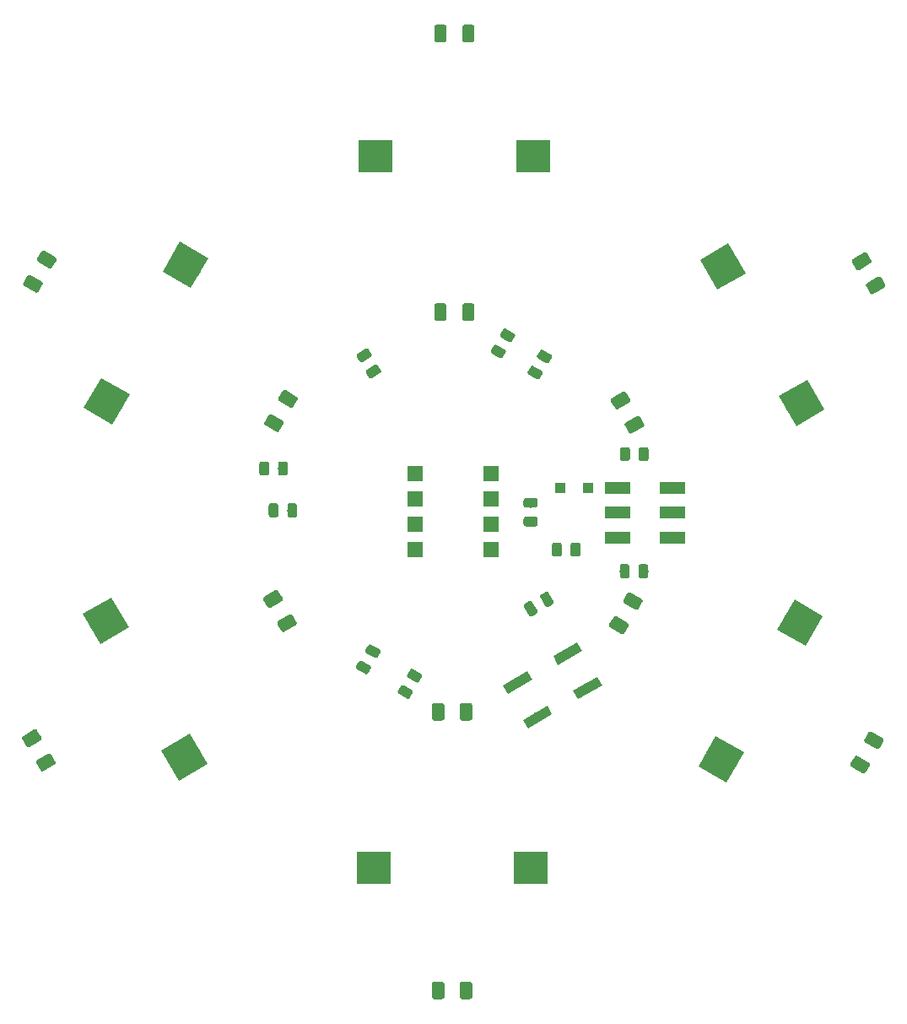
<source format=gtp>
G04 #@! TF.GenerationSoftware,KiCad,Pcbnew,(5.1.0)-1*
G04 #@! TF.CreationDate,2019-12-07T09:56:38-05:00*
G04 #@! TF.ProjectId,snowflake,736e6f77-666c-4616-9b65-2e6b69636164,rev?*
G04 #@! TF.SameCoordinates,Original*
G04 #@! TF.FileFunction,Paste,Top*
G04 #@! TF.FilePolarity,Positive*
%FSLAX46Y46*%
G04 Gerber Fmt 4.6, Leading zero omitted, Abs format (unit mm)*
G04 Created by KiCad (PCBNEW (5.1.0)-1) date 2019-12-07 09:56:38*
%MOMM*%
%LPD*%
G04 APERTURE LIST*
%ADD10C,3.300000*%
%ADD11C,0.100000*%
%ADD12R,3.500000X3.300000*%
%ADD13R,1.100000X1.100000*%
%ADD14C,0.975000*%
%ADD15C,1.250000*%
%ADD16C,1.000000*%
%ADD17R,1.600000X1.600000*%
%ADD18R,2.500000X1.200000*%
G04 APERTURE END LIST*
D10*
X113692319Y-133029656D03*
D11*
G36*
X111388377Y-132339112D02*
G01*
X114246261Y-130689112D01*
X115996261Y-133720200D01*
X113138377Y-135370200D01*
X111388377Y-132339112D01*
X111388377Y-132339112D01*
G37*
D10*
X121592319Y-146712858D03*
D11*
G36*
X119288377Y-146022314D02*
G01*
X122146261Y-144372314D01*
X123896261Y-147403402D01*
X121038377Y-149053402D01*
X119288377Y-146022314D01*
X119288377Y-146022314D01*
G37*
D10*
X113795542Y-111019327D03*
D11*
G36*
X113241600Y-108678783D02*
G01*
X116099484Y-110328783D01*
X114349484Y-113359871D01*
X111491600Y-111709871D01*
X113241600Y-108678783D01*
X113241600Y-108678783D01*
G37*
D10*
X121695542Y-97336125D03*
D11*
G36*
X121141600Y-94995581D02*
G01*
X123999484Y-96645581D01*
X122249484Y-99676669D01*
X119391600Y-98026669D01*
X121141600Y-94995581D01*
X121141600Y-94995581D01*
G37*
D12*
X156573060Y-86464980D03*
X140773060Y-86464980D03*
D10*
X175622272Y-97505669D03*
D11*
G36*
X177926214Y-98196213D02*
G01*
X175068330Y-99846213D01*
X173318330Y-96815125D01*
X176176214Y-95165125D01*
X177926214Y-98196213D01*
X177926214Y-98196213D01*
G37*
D10*
X183522272Y-111188871D03*
D11*
G36*
X185826214Y-111879415D02*
G01*
X182968330Y-113529415D01*
X181218330Y-110498327D01*
X184076214Y-108848327D01*
X185826214Y-111879415D01*
X185826214Y-111879415D01*
G37*
D10*
X175461915Y-146921563D03*
D11*
G36*
X176015857Y-149262107D02*
G01*
X173157973Y-147612107D01*
X174907973Y-144581019D01*
X177765857Y-146231019D01*
X176015857Y-149262107D01*
X176015857Y-149262107D01*
G37*
D10*
X183361915Y-133238361D03*
D11*
G36*
X183915857Y-135578905D02*
G01*
X181057973Y-133928905D01*
X182807973Y-130897817D01*
X185665857Y-132547817D01*
X183915857Y-135578905D01*
X183915857Y-135578905D01*
G37*
D12*
X140547085Y-157787408D03*
X156347085Y-157787408D03*
D13*
X159255000Y-119684800D03*
X162055000Y-119684800D03*
D11*
G36*
X129860201Y-117060944D02*
G01*
X129883862Y-117064454D01*
X129907066Y-117070266D01*
X129929588Y-117078324D01*
X129951212Y-117088552D01*
X129971729Y-117100849D01*
X129990942Y-117115099D01*
X130008666Y-117131163D01*
X130024730Y-117148887D01*
X130038980Y-117168100D01*
X130051277Y-117188617D01*
X130061505Y-117210241D01*
X130069563Y-117232763D01*
X130075375Y-117255967D01*
X130078885Y-117279628D01*
X130080059Y-117303520D01*
X130080059Y-118216020D01*
X130078885Y-118239912D01*
X130075375Y-118263573D01*
X130069563Y-118286777D01*
X130061505Y-118309299D01*
X130051277Y-118330923D01*
X130038980Y-118351440D01*
X130024730Y-118370653D01*
X130008666Y-118388377D01*
X129990942Y-118404441D01*
X129971729Y-118418691D01*
X129951212Y-118430988D01*
X129929588Y-118441216D01*
X129907066Y-118449274D01*
X129883862Y-118455086D01*
X129860201Y-118458596D01*
X129836309Y-118459770D01*
X129348809Y-118459770D01*
X129324917Y-118458596D01*
X129301256Y-118455086D01*
X129278052Y-118449274D01*
X129255530Y-118441216D01*
X129233906Y-118430988D01*
X129213389Y-118418691D01*
X129194176Y-118404441D01*
X129176452Y-118388377D01*
X129160388Y-118370653D01*
X129146138Y-118351440D01*
X129133841Y-118330923D01*
X129123613Y-118309299D01*
X129115555Y-118286777D01*
X129109743Y-118263573D01*
X129106233Y-118239912D01*
X129105059Y-118216020D01*
X129105059Y-117303520D01*
X129106233Y-117279628D01*
X129109743Y-117255967D01*
X129115555Y-117232763D01*
X129123613Y-117210241D01*
X129133841Y-117188617D01*
X129146138Y-117168100D01*
X129160388Y-117148887D01*
X129176452Y-117131163D01*
X129194176Y-117115099D01*
X129213389Y-117100849D01*
X129233906Y-117088552D01*
X129255530Y-117078324D01*
X129278052Y-117070266D01*
X129301256Y-117064454D01*
X129324917Y-117060944D01*
X129348809Y-117059770D01*
X129836309Y-117059770D01*
X129860201Y-117060944D01*
X129860201Y-117060944D01*
G37*
D14*
X129592559Y-117759770D03*
D11*
G36*
X131735201Y-117060944D02*
G01*
X131758862Y-117064454D01*
X131782066Y-117070266D01*
X131804588Y-117078324D01*
X131826212Y-117088552D01*
X131846729Y-117100849D01*
X131865942Y-117115099D01*
X131883666Y-117131163D01*
X131899730Y-117148887D01*
X131913980Y-117168100D01*
X131926277Y-117188617D01*
X131936505Y-117210241D01*
X131944563Y-117232763D01*
X131950375Y-117255967D01*
X131953885Y-117279628D01*
X131955059Y-117303520D01*
X131955059Y-118216020D01*
X131953885Y-118239912D01*
X131950375Y-118263573D01*
X131944563Y-118286777D01*
X131936505Y-118309299D01*
X131926277Y-118330923D01*
X131913980Y-118351440D01*
X131899730Y-118370653D01*
X131883666Y-118388377D01*
X131865942Y-118404441D01*
X131846729Y-118418691D01*
X131826212Y-118430988D01*
X131804588Y-118441216D01*
X131782066Y-118449274D01*
X131758862Y-118455086D01*
X131735201Y-118458596D01*
X131711309Y-118459770D01*
X131223809Y-118459770D01*
X131199917Y-118458596D01*
X131176256Y-118455086D01*
X131153052Y-118449274D01*
X131130530Y-118441216D01*
X131108906Y-118430988D01*
X131088389Y-118418691D01*
X131069176Y-118404441D01*
X131051452Y-118388377D01*
X131035388Y-118370653D01*
X131021138Y-118351440D01*
X131008841Y-118330923D01*
X130998613Y-118309299D01*
X130990555Y-118286777D01*
X130984743Y-118263573D01*
X130981233Y-118239912D01*
X130980059Y-118216020D01*
X130980059Y-117303520D01*
X130981233Y-117279628D01*
X130984743Y-117255967D01*
X130990555Y-117232763D01*
X130998613Y-117210241D01*
X131008841Y-117188617D01*
X131021138Y-117168100D01*
X131035388Y-117148887D01*
X131051452Y-117131163D01*
X131069176Y-117115099D01*
X131088389Y-117100849D01*
X131108906Y-117088552D01*
X131130530Y-117078324D01*
X131153052Y-117070266D01*
X131176256Y-117064454D01*
X131199917Y-117060944D01*
X131223809Y-117059770D01*
X131711309Y-117059770D01*
X131735201Y-117060944D01*
X131735201Y-117060944D01*
G37*
D14*
X131467559Y-117759770D03*
D11*
G36*
X161095564Y-125202699D02*
G01*
X161119225Y-125206209D01*
X161142429Y-125212021D01*
X161164951Y-125220079D01*
X161186575Y-125230307D01*
X161207092Y-125242604D01*
X161226305Y-125256854D01*
X161244029Y-125272918D01*
X161260093Y-125290642D01*
X161274343Y-125309855D01*
X161286640Y-125330372D01*
X161296868Y-125351996D01*
X161304926Y-125374518D01*
X161310738Y-125397722D01*
X161314248Y-125421383D01*
X161315422Y-125445275D01*
X161315422Y-126357775D01*
X161314248Y-126381667D01*
X161310738Y-126405328D01*
X161304926Y-126428532D01*
X161296868Y-126451054D01*
X161286640Y-126472678D01*
X161274343Y-126493195D01*
X161260093Y-126512408D01*
X161244029Y-126530132D01*
X161226305Y-126546196D01*
X161207092Y-126560446D01*
X161186575Y-126572743D01*
X161164951Y-126582971D01*
X161142429Y-126591029D01*
X161119225Y-126596841D01*
X161095564Y-126600351D01*
X161071672Y-126601525D01*
X160584172Y-126601525D01*
X160560280Y-126600351D01*
X160536619Y-126596841D01*
X160513415Y-126591029D01*
X160490893Y-126582971D01*
X160469269Y-126572743D01*
X160448752Y-126560446D01*
X160429539Y-126546196D01*
X160411815Y-126530132D01*
X160395751Y-126512408D01*
X160381501Y-126493195D01*
X160369204Y-126472678D01*
X160358976Y-126451054D01*
X160350918Y-126428532D01*
X160345106Y-126405328D01*
X160341596Y-126381667D01*
X160340422Y-126357775D01*
X160340422Y-125445275D01*
X160341596Y-125421383D01*
X160345106Y-125397722D01*
X160350918Y-125374518D01*
X160358976Y-125351996D01*
X160369204Y-125330372D01*
X160381501Y-125309855D01*
X160395751Y-125290642D01*
X160411815Y-125272918D01*
X160429539Y-125256854D01*
X160448752Y-125242604D01*
X160469269Y-125230307D01*
X160490893Y-125220079D01*
X160513415Y-125212021D01*
X160536619Y-125206209D01*
X160560280Y-125202699D01*
X160584172Y-125201525D01*
X161071672Y-125201525D01*
X161095564Y-125202699D01*
X161095564Y-125202699D01*
G37*
D14*
X160827922Y-125901525D03*
D11*
G36*
X159220564Y-125202699D02*
G01*
X159244225Y-125206209D01*
X159267429Y-125212021D01*
X159289951Y-125220079D01*
X159311575Y-125230307D01*
X159332092Y-125242604D01*
X159351305Y-125256854D01*
X159369029Y-125272918D01*
X159385093Y-125290642D01*
X159399343Y-125309855D01*
X159411640Y-125330372D01*
X159421868Y-125351996D01*
X159429926Y-125374518D01*
X159435738Y-125397722D01*
X159439248Y-125421383D01*
X159440422Y-125445275D01*
X159440422Y-126357775D01*
X159439248Y-126381667D01*
X159435738Y-126405328D01*
X159429926Y-126428532D01*
X159421868Y-126451054D01*
X159411640Y-126472678D01*
X159399343Y-126493195D01*
X159385093Y-126512408D01*
X159369029Y-126530132D01*
X159351305Y-126546196D01*
X159332092Y-126560446D01*
X159311575Y-126572743D01*
X159289951Y-126582971D01*
X159267429Y-126591029D01*
X159244225Y-126596841D01*
X159220564Y-126600351D01*
X159196672Y-126601525D01*
X158709172Y-126601525D01*
X158685280Y-126600351D01*
X158661619Y-126596841D01*
X158638415Y-126591029D01*
X158615893Y-126582971D01*
X158594269Y-126572743D01*
X158573752Y-126560446D01*
X158554539Y-126546196D01*
X158536815Y-126530132D01*
X158520751Y-126512408D01*
X158506501Y-126493195D01*
X158494204Y-126472678D01*
X158483976Y-126451054D01*
X158475918Y-126428532D01*
X158470106Y-126405328D01*
X158466596Y-126381667D01*
X158465422Y-126357775D01*
X158465422Y-125445275D01*
X158466596Y-125421383D01*
X158470106Y-125397722D01*
X158475918Y-125374518D01*
X158483976Y-125351996D01*
X158494204Y-125330372D01*
X158506501Y-125309855D01*
X158520751Y-125290642D01*
X158536815Y-125272918D01*
X158554539Y-125256854D01*
X158573752Y-125242604D01*
X158594269Y-125230307D01*
X158615893Y-125220079D01*
X158638415Y-125212021D01*
X158661619Y-125206209D01*
X158685280Y-125202699D01*
X158709172Y-125201525D01*
X159196672Y-125201525D01*
X159220564Y-125202699D01*
X159220564Y-125202699D01*
G37*
D14*
X158952922Y-125901525D03*
D11*
G36*
X157956224Y-130128859D02*
G01*
X157979988Y-130131593D01*
X158003369Y-130136643D01*
X158026143Y-130143960D01*
X158048090Y-130153474D01*
X158068999Y-130165094D01*
X158088668Y-130178707D01*
X158106908Y-130194183D01*
X158123543Y-130211372D01*
X158138413Y-130230108D01*
X158151376Y-130250212D01*
X158607626Y-131040460D01*
X158618555Y-131061738D01*
X158627346Y-131083984D01*
X158633915Y-131106985D01*
X158638197Y-131130519D01*
X158640151Y-131154360D01*
X158639760Y-131178277D01*
X158637026Y-131202041D01*
X158631976Y-131225422D01*
X158624659Y-131248196D01*
X158615145Y-131270143D01*
X158603525Y-131291052D01*
X158589912Y-131310721D01*
X158574436Y-131328961D01*
X158557248Y-131345596D01*
X158538511Y-131360466D01*
X158518407Y-131373429D01*
X158096219Y-131617179D01*
X158074941Y-131628108D01*
X158052695Y-131636899D01*
X158029694Y-131643468D01*
X158006160Y-131647750D01*
X157982319Y-131649704D01*
X157958402Y-131649313D01*
X157934638Y-131646579D01*
X157911257Y-131641529D01*
X157888483Y-131634212D01*
X157866536Y-131624698D01*
X157845627Y-131613078D01*
X157825958Y-131599465D01*
X157807718Y-131583989D01*
X157791083Y-131566800D01*
X157776213Y-131548064D01*
X157763250Y-131527960D01*
X157307000Y-130737712D01*
X157296071Y-130716434D01*
X157287280Y-130694188D01*
X157280711Y-130671187D01*
X157276429Y-130647653D01*
X157274475Y-130623812D01*
X157274866Y-130599895D01*
X157277600Y-130576131D01*
X157282650Y-130552750D01*
X157289967Y-130529976D01*
X157299481Y-130508029D01*
X157311101Y-130487120D01*
X157324714Y-130467451D01*
X157340190Y-130449211D01*
X157357378Y-130432576D01*
X157376115Y-130417706D01*
X157396219Y-130404743D01*
X157818407Y-130160993D01*
X157839685Y-130150064D01*
X157861931Y-130141273D01*
X157884932Y-130134704D01*
X157908466Y-130130422D01*
X157932307Y-130128468D01*
X157956224Y-130128859D01*
X157956224Y-130128859D01*
G37*
D14*
X157957313Y-130889086D03*
D11*
G36*
X156332426Y-131066359D02*
G01*
X156356190Y-131069093D01*
X156379571Y-131074143D01*
X156402345Y-131081460D01*
X156424292Y-131090974D01*
X156445201Y-131102594D01*
X156464870Y-131116207D01*
X156483110Y-131131683D01*
X156499745Y-131148872D01*
X156514615Y-131167608D01*
X156527578Y-131187712D01*
X156983828Y-131977960D01*
X156994757Y-131999238D01*
X157003548Y-132021484D01*
X157010117Y-132044485D01*
X157014399Y-132068019D01*
X157016353Y-132091860D01*
X157015962Y-132115777D01*
X157013228Y-132139541D01*
X157008178Y-132162922D01*
X157000861Y-132185696D01*
X156991347Y-132207643D01*
X156979727Y-132228552D01*
X156966114Y-132248221D01*
X156950638Y-132266461D01*
X156933450Y-132283096D01*
X156914713Y-132297966D01*
X156894609Y-132310929D01*
X156472421Y-132554679D01*
X156451143Y-132565608D01*
X156428897Y-132574399D01*
X156405896Y-132580968D01*
X156382362Y-132585250D01*
X156358521Y-132587204D01*
X156334604Y-132586813D01*
X156310840Y-132584079D01*
X156287459Y-132579029D01*
X156264685Y-132571712D01*
X156242738Y-132562198D01*
X156221829Y-132550578D01*
X156202160Y-132536965D01*
X156183920Y-132521489D01*
X156167285Y-132504300D01*
X156152415Y-132485564D01*
X156139452Y-132465460D01*
X155683202Y-131675212D01*
X155672273Y-131653934D01*
X155663482Y-131631688D01*
X155656913Y-131608687D01*
X155652631Y-131585153D01*
X155650677Y-131561312D01*
X155651068Y-131537395D01*
X155653802Y-131513631D01*
X155658852Y-131490250D01*
X155666169Y-131467476D01*
X155675683Y-131445529D01*
X155687303Y-131424620D01*
X155700916Y-131404951D01*
X155716392Y-131386711D01*
X155733580Y-131370076D01*
X155752317Y-131355206D01*
X155772421Y-131342243D01*
X156194609Y-131098493D01*
X156215887Y-131087564D01*
X156238133Y-131078773D01*
X156261134Y-131072204D01*
X156284668Y-131067922D01*
X156308509Y-131065968D01*
X156332426Y-131066359D01*
X156332426Y-131066359D01*
G37*
D14*
X156333515Y-131826586D03*
D11*
G36*
X153773185Y-103726839D02*
G01*
X153796719Y-103731121D01*
X153819720Y-103737690D01*
X153841966Y-103746481D01*
X153863244Y-103757410D01*
X154653492Y-104213660D01*
X154673596Y-104226623D01*
X154692333Y-104241493D01*
X154709521Y-104258128D01*
X154724997Y-104276368D01*
X154738610Y-104296037D01*
X154750230Y-104316946D01*
X154759744Y-104338893D01*
X154767061Y-104361667D01*
X154772111Y-104385048D01*
X154774845Y-104408812D01*
X154775236Y-104432729D01*
X154773282Y-104456570D01*
X154769000Y-104480104D01*
X154762431Y-104503105D01*
X154753640Y-104525351D01*
X154742711Y-104546629D01*
X154498961Y-104968817D01*
X154485998Y-104988921D01*
X154471128Y-105007657D01*
X154454493Y-105024846D01*
X154436253Y-105040322D01*
X154416584Y-105053935D01*
X154395675Y-105065555D01*
X154373728Y-105075069D01*
X154350954Y-105082386D01*
X154327573Y-105087436D01*
X154303809Y-105090170D01*
X154279892Y-105090561D01*
X154256051Y-105088607D01*
X154232517Y-105084325D01*
X154209516Y-105077756D01*
X154187270Y-105068965D01*
X154165992Y-105058036D01*
X153375744Y-104601786D01*
X153355640Y-104588823D01*
X153336903Y-104573953D01*
X153319715Y-104557318D01*
X153304239Y-104539078D01*
X153290626Y-104519409D01*
X153279006Y-104498500D01*
X153269492Y-104476553D01*
X153262175Y-104453779D01*
X153257125Y-104430398D01*
X153254391Y-104406634D01*
X153254000Y-104382717D01*
X153255954Y-104358876D01*
X153260236Y-104335342D01*
X153266805Y-104312341D01*
X153275596Y-104290095D01*
X153286525Y-104268817D01*
X153530275Y-103846629D01*
X153543238Y-103826525D01*
X153558108Y-103807789D01*
X153574743Y-103790600D01*
X153592983Y-103775124D01*
X153612652Y-103761511D01*
X153633561Y-103749891D01*
X153655508Y-103740377D01*
X153678282Y-103733060D01*
X153701663Y-103728010D01*
X153725427Y-103725276D01*
X153749344Y-103724885D01*
X153773185Y-103726839D01*
X153773185Y-103726839D01*
G37*
D14*
X154014618Y-104407723D03*
D11*
G36*
X152835685Y-105350637D02*
G01*
X152859219Y-105354919D01*
X152882220Y-105361488D01*
X152904466Y-105370279D01*
X152925744Y-105381208D01*
X153715992Y-105837458D01*
X153736096Y-105850421D01*
X153754833Y-105865291D01*
X153772021Y-105881926D01*
X153787497Y-105900166D01*
X153801110Y-105919835D01*
X153812730Y-105940744D01*
X153822244Y-105962691D01*
X153829561Y-105985465D01*
X153834611Y-106008846D01*
X153837345Y-106032610D01*
X153837736Y-106056527D01*
X153835782Y-106080368D01*
X153831500Y-106103902D01*
X153824931Y-106126903D01*
X153816140Y-106149149D01*
X153805211Y-106170427D01*
X153561461Y-106592615D01*
X153548498Y-106612719D01*
X153533628Y-106631455D01*
X153516993Y-106648644D01*
X153498753Y-106664120D01*
X153479084Y-106677733D01*
X153458175Y-106689353D01*
X153436228Y-106698867D01*
X153413454Y-106706184D01*
X153390073Y-106711234D01*
X153366309Y-106713968D01*
X153342392Y-106714359D01*
X153318551Y-106712405D01*
X153295017Y-106708123D01*
X153272016Y-106701554D01*
X153249770Y-106692763D01*
X153228492Y-106681834D01*
X152438244Y-106225584D01*
X152418140Y-106212621D01*
X152399403Y-106197751D01*
X152382215Y-106181116D01*
X152366739Y-106162876D01*
X152353126Y-106143207D01*
X152341506Y-106122298D01*
X152331992Y-106100351D01*
X152324675Y-106077577D01*
X152319625Y-106054196D01*
X152316891Y-106030432D01*
X152316500Y-106006515D01*
X152318454Y-105982674D01*
X152322736Y-105959140D01*
X152329305Y-105936139D01*
X152338096Y-105913893D01*
X152349025Y-105892615D01*
X152592775Y-105470427D01*
X152605738Y-105450323D01*
X152620608Y-105431587D01*
X152637243Y-105414398D01*
X152655483Y-105398922D01*
X152675152Y-105385309D01*
X152696061Y-105373689D01*
X152718008Y-105364175D01*
X152740782Y-105356858D01*
X152764163Y-105351808D01*
X152787927Y-105349074D01*
X152811844Y-105348683D01*
X152835685Y-105350637D01*
X152835685Y-105350637D01*
G37*
D14*
X153077118Y-106031521D03*
D11*
G36*
X143506208Y-139492502D02*
G01*
X143529742Y-139496784D01*
X143552743Y-139503353D01*
X143574989Y-139512144D01*
X143596267Y-139523073D01*
X144386515Y-139979323D01*
X144406619Y-139992286D01*
X144425356Y-140007156D01*
X144442544Y-140023791D01*
X144458020Y-140042031D01*
X144471633Y-140061700D01*
X144483253Y-140082609D01*
X144492767Y-140104556D01*
X144500084Y-140127330D01*
X144505134Y-140150711D01*
X144507868Y-140174475D01*
X144508259Y-140198392D01*
X144506305Y-140222233D01*
X144502023Y-140245767D01*
X144495454Y-140268768D01*
X144486663Y-140291014D01*
X144475734Y-140312292D01*
X144231984Y-140734480D01*
X144219021Y-140754584D01*
X144204151Y-140773320D01*
X144187516Y-140790509D01*
X144169276Y-140805985D01*
X144149607Y-140819598D01*
X144128698Y-140831218D01*
X144106751Y-140840732D01*
X144083977Y-140848049D01*
X144060596Y-140853099D01*
X144036832Y-140855833D01*
X144012915Y-140856224D01*
X143989074Y-140854270D01*
X143965540Y-140849988D01*
X143942539Y-140843419D01*
X143920293Y-140834628D01*
X143899015Y-140823699D01*
X143108767Y-140367449D01*
X143088663Y-140354486D01*
X143069926Y-140339616D01*
X143052738Y-140322981D01*
X143037262Y-140304741D01*
X143023649Y-140285072D01*
X143012029Y-140264163D01*
X143002515Y-140242216D01*
X142995198Y-140219442D01*
X142990148Y-140196061D01*
X142987414Y-140172297D01*
X142987023Y-140148380D01*
X142988977Y-140124539D01*
X142993259Y-140101005D01*
X142999828Y-140078004D01*
X143008619Y-140055758D01*
X143019548Y-140034480D01*
X143263298Y-139612292D01*
X143276261Y-139592188D01*
X143291131Y-139573452D01*
X143307766Y-139556263D01*
X143326006Y-139540787D01*
X143345675Y-139527174D01*
X143366584Y-139515554D01*
X143388531Y-139506040D01*
X143411305Y-139498723D01*
X143434686Y-139493673D01*
X143458450Y-139490939D01*
X143482367Y-139490548D01*
X143506208Y-139492502D01*
X143506208Y-139492502D01*
G37*
D14*
X143747641Y-140173386D03*
D11*
G36*
X144443708Y-137868704D02*
G01*
X144467242Y-137872986D01*
X144490243Y-137879555D01*
X144512489Y-137888346D01*
X144533767Y-137899275D01*
X145324015Y-138355525D01*
X145344119Y-138368488D01*
X145362856Y-138383358D01*
X145380044Y-138399993D01*
X145395520Y-138418233D01*
X145409133Y-138437902D01*
X145420753Y-138458811D01*
X145430267Y-138480758D01*
X145437584Y-138503532D01*
X145442634Y-138526913D01*
X145445368Y-138550677D01*
X145445759Y-138574594D01*
X145443805Y-138598435D01*
X145439523Y-138621969D01*
X145432954Y-138644970D01*
X145424163Y-138667216D01*
X145413234Y-138688494D01*
X145169484Y-139110682D01*
X145156521Y-139130786D01*
X145141651Y-139149522D01*
X145125016Y-139166711D01*
X145106776Y-139182187D01*
X145087107Y-139195800D01*
X145066198Y-139207420D01*
X145044251Y-139216934D01*
X145021477Y-139224251D01*
X144998096Y-139229301D01*
X144974332Y-139232035D01*
X144950415Y-139232426D01*
X144926574Y-139230472D01*
X144903040Y-139226190D01*
X144880039Y-139219621D01*
X144857793Y-139210830D01*
X144836515Y-139199901D01*
X144046267Y-138743651D01*
X144026163Y-138730688D01*
X144007426Y-138715818D01*
X143990238Y-138699183D01*
X143974762Y-138680943D01*
X143961149Y-138661274D01*
X143949529Y-138640365D01*
X143940015Y-138618418D01*
X143932698Y-138595644D01*
X143927648Y-138572263D01*
X143924914Y-138548499D01*
X143924523Y-138524582D01*
X143926477Y-138500741D01*
X143930759Y-138477207D01*
X143937328Y-138454206D01*
X143946119Y-138431960D01*
X143957048Y-138410682D01*
X144200798Y-137988494D01*
X144213761Y-137968390D01*
X144228631Y-137949654D01*
X144245266Y-137932465D01*
X144263506Y-137916989D01*
X144283175Y-137903376D01*
X144304084Y-137891756D01*
X144326031Y-137882242D01*
X144348805Y-137874925D01*
X144372186Y-137869875D01*
X144395950Y-137867141D01*
X144419867Y-137866750D01*
X144443708Y-137868704D01*
X144443708Y-137868704D01*
G37*
D14*
X144685141Y-138549588D03*
D11*
G36*
X167936905Y-115616093D02*
G01*
X167960566Y-115619603D01*
X167983770Y-115625415D01*
X168006292Y-115633473D01*
X168027916Y-115643701D01*
X168048433Y-115655998D01*
X168067646Y-115670248D01*
X168085370Y-115686312D01*
X168101434Y-115704036D01*
X168115684Y-115723249D01*
X168127981Y-115743766D01*
X168138209Y-115765390D01*
X168146267Y-115787912D01*
X168152079Y-115811116D01*
X168155589Y-115834777D01*
X168156763Y-115858669D01*
X168156763Y-116771169D01*
X168155589Y-116795061D01*
X168152079Y-116818722D01*
X168146267Y-116841926D01*
X168138209Y-116864448D01*
X168127981Y-116886072D01*
X168115684Y-116906589D01*
X168101434Y-116925802D01*
X168085370Y-116943526D01*
X168067646Y-116959590D01*
X168048433Y-116973840D01*
X168027916Y-116986137D01*
X168006292Y-116996365D01*
X167983770Y-117004423D01*
X167960566Y-117010235D01*
X167936905Y-117013745D01*
X167913013Y-117014919D01*
X167425513Y-117014919D01*
X167401621Y-117013745D01*
X167377960Y-117010235D01*
X167354756Y-117004423D01*
X167332234Y-116996365D01*
X167310610Y-116986137D01*
X167290093Y-116973840D01*
X167270880Y-116959590D01*
X167253156Y-116943526D01*
X167237092Y-116925802D01*
X167222842Y-116906589D01*
X167210545Y-116886072D01*
X167200317Y-116864448D01*
X167192259Y-116841926D01*
X167186447Y-116818722D01*
X167182937Y-116795061D01*
X167181763Y-116771169D01*
X167181763Y-115858669D01*
X167182937Y-115834777D01*
X167186447Y-115811116D01*
X167192259Y-115787912D01*
X167200317Y-115765390D01*
X167210545Y-115743766D01*
X167222842Y-115723249D01*
X167237092Y-115704036D01*
X167253156Y-115686312D01*
X167270880Y-115670248D01*
X167290093Y-115655998D01*
X167310610Y-115643701D01*
X167332234Y-115633473D01*
X167354756Y-115625415D01*
X167377960Y-115619603D01*
X167401621Y-115616093D01*
X167425513Y-115614919D01*
X167913013Y-115614919D01*
X167936905Y-115616093D01*
X167936905Y-115616093D01*
G37*
D14*
X167669263Y-116314919D03*
D11*
G36*
X166061905Y-115616093D02*
G01*
X166085566Y-115619603D01*
X166108770Y-115625415D01*
X166131292Y-115633473D01*
X166152916Y-115643701D01*
X166173433Y-115655998D01*
X166192646Y-115670248D01*
X166210370Y-115686312D01*
X166226434Y-115704036D01*
X166240684Y-115723249D01*
X166252981Y-115743766D01*
X166263209Y-115765390D01*
X166271267Y-115787912D01*
X166277079Y-115811116D01*
X166280589Y-115834777D01*
X166281763Y-115858669D01*
X166281763Y-116771169D01*
X166280589Y-116795061D01*
X166277079Y-116818722D01*
X166271267Y-116841926D01*
X166263209Y-116864448D01*
X166252981Y-116886072D01*
X166240684Y-116906589D01*
X166226434Y-116925802D01*
X166210370Y-116943526D01*
X166192646Y-116959590D01*
X166173433Y-116973840D01*
X166152916Y-116986137D01*
X166131292Y-116996365D01*
X166108770Y-117004423D01*
X166085566Y-117010235D01*
X166061905Y-117013745D01*
X166038013Y-117014919D01*
X165550513Y-117014919D01*
X165526621Y-117013745D01*
X165502960Y-117010235D01*
X165479756Y-117004423D01*
X165457234Y-116996365D01*
X165435610Y-116986137D01*
X165415093Y-116973840D01*
X165395880Y-116959590D01*
X165378156Y-116943526D01*
X165362092Y-116925802D01*
X165347842Y-116906589D01*
X165335545Y-116886072D01*
X165325317Y-116864448D01*
X165317259Y-116841926D01*
X165311447Y-116818722D01*
X165307937Y-116795061D01*
X165306763Y-116771169D01*
X165306763Y-115858669D01*
X165307937Y-115834777D01*
X165311447Y-115811116D01*
X165317259Y-115787912D01*
X165325317Y-115765390D01*
X165335545Y-115743766D01*
X165347842Y-115723249D01*
X165362092Y-115704036D01*
X165378156Y-115686312D01*
X165395880Y-115670248D01*
X165415093Y-115655998D01*
X165435610Y-115643701D01*
X165457234Y-115633473D01*
X165479756Y-115625415D01*
X165502960Y-115619603D01*
X165526621Y-115616093D01*
X165550513Y-115614919D01*
X166038013Y-115614919D01*
X166061905Y-115616093D01*
X166061905Y-115616093D01*
G37*
D14*
X165794263Y-116314919D03*
D11*
G36*
X167903525Y-127357909D02*
G01*
X167927186Y-127361419D01*
X167950390Y-127367231D01*
X167972912Y-127375289D01*
X167994536Y-127385517D01*
X168015053Y-127397814D01*
X168034266Y-127412064D01*
X168051990Y-127428128D01*
X168068054Y-127445852D01*
X168082304Y-127465065D01*
X168094601Y-127485582D01*
X168104829Y-127507206D01*
X168112887Y-127529728D01*
X168118699Y-127552932D01*
X168122209Y-127576593D01*
X168123383Y-127600485D01*
X168123383Y-128512985D01*
X168122209Y-128536877D01*
X168118699Y-128560538D01*
X168112887Y-128583742D01*
X168104829Y-128606264D01*
X168094601Y-128627888D01*
X168082304Y-128648405D01*
X168068054Y-128667618D01*
X168051990Y-128685342D01*
X168034266Y-128701406D01*
X168015053Y-128715656D01*
X167994536Y-128727953D01*
X167972912Y-128738181D01*
X167950390Y-128746239D01*
X167927186Y-128752051D01*
X167903525Y-128755561D01*
X167879633Y-128756735D01*
X167392133Y-128756735D01*
X167368241Y-128755561D01*
X167344580Y-128752051D01*
X167321376Y-128746239D01*
X167298854Y-128738181D01*
X167277230Y-128727953D01*
X167256713Y-128715656D01*
X167237500Y-128701406D01*
X167219776Y-128685342D01*
X167203712Y-128667618D01*
X167189462Y-128648405D01*
X167177165Y-128627888D01*
X167166937Y-128606264D01*
X167158879Y-128583742D01*
X167153067Y-128560538D01*
X167149557Y-128536877D01*
X167148383Y-128512985D01*
X167148383Y-127600485D01*
X167149557Y-127576593D01*
X167153067Y-127552932D01*
X167158879Y-127529728D01*
X167166937Y-127507206D01*
X167177165Y-127485582D01*
X167189462Y-127465065D01*
X167203712Y-127445852D01*
X167219776Y-127428128D01*
X167237500Y-127412064D01*
X167256713Y-127397814D01*
X167277230Y-127385517D01*
X167298854Y-127375289D01*
X167321376Y-127367231D01*
X167344580Y-127361419D01*
X167368241Y-127357909D01*
X167392133Y-127356735D01*
X167879633Y-127356735D01*
X167903525Y-127357909D01*
X167903525Y-127357909D01*
G37*
D14*
X167635883Y-128056735D03*
D11*
G36*
X166028525Y-127357909D02*
G01*
X166052186Y-127361419D01*
X166075390Y-127367231D01*
X166097912Y-127375289D01*
X166119536Y-127385517D01*
X166140053Y-127397814D01*
X166159266Y-127412064D01*
X166176990Y-127428128D01*
X166193054Y-127445852D01*
X166207304Y-127465065D01*
X166219601Y-127485582D01*
X166229829Y-127507206D01*
X166237887Y-127529728D01*
X166243699Y-127552932D01*
X166247209Y-127576593D01*
X166248383Y-127600485D01*
X166248383Y-128512985D01*
X166247209Y-128536877D01*
X166243699Y-128560538D01*
X166237887Y-128583742D01*
X166229829Y-128606264D01*
X166219601Y-128627888D01*
X166207304Y-128648405D01*
X166193054Y-128667618D01*
X166176990Y-128685342D01*
X166159266Y-128701406D01*
X166140053Y-128715656D01*
X166119536Y-128727953D01*
X166097912Y-128738181D01*
X166075390Y-128746239D01*
X166052186Y-128752051D01*
X166028525Y-128755561D01*
X166004633Y-128756735D01*
X165517133Y-128756735D01*
X165493241Y-128755561D01*
X165469580Y-128752051D01*
X165446376Y-128746239D01*
X165423854Y-128738181D01*
X165402230Y-128727953D01*
X165381713Y-128715656D01*
X165362500Y-128701406D01*
X165344776Y-128685342D01*
X165328712Y-128667618D01*
X165314462Y-128648405D01*
X165302165Y-128627888D01*
X165291937Y-128606264D01*
X165283879Y-128583742D01*
X165278067Y-128560538D01*
X165274557Y-128536877D01*
X165273383Y-128512985D01*
X165273383Y-127600485D01*
X165274557Y-127576593D01*
X165278067Y-127552932D01*
X165283879Y-127529728D01*
X165291937Y-127507206D01*
X165302165Y-127485582D01*
X165314462Y-127465065D01*
X165328712Y-127445852D01*
X165344776Y-127428128D01*
X165362500Y-127412064D01*
X165381713Y-127397814D01*
X165402230Y-127385517D01*
X165423854Y-127375289D01*
X165446376Y-127367231D01*
X165469580Y-127361419D01*
X165493241Y-127357909D01*
X165517133Y-127356735D01*
X166004633Y-127356735D01*
X166028525Y-127357909D01*
X166028525Y-127357909D01*
G37*
D14*
X165760883Y-128056735D03*
D11*
G36*
X130842119Y-129964195D02*
G01*
X130866492Y-129966999D01*
X130890473Y-129972179D01*
X130913831Y-129979684D01*
X130936340Y-129989442D01*
X130957785Y-130001359D01*
X130977958Y-130015322D01*
X130996666Y-130031194D01*
X131013728Y-130048824D01*
X131028980Y-130068041D01*
X131042274Y-130088660D01*
X131417274Y-130738180D01*
X131428484Y-130760003D01*
X131437501Y-130782820D01*
X131444237Y-130806411D01*
X131448629Y-130830549D01*
X131450634Y-130855000D01*
X131450233Y-130879531D01*
X131447429Y-130903904D01*
X131442249Y-130927885D01*
X131434744Y-130951243D01*
X131424986Y-130973752D01*
X131413068Y-130995197D01*
X131399106Y-131015370D01*
X131383234Y-131034078D01*
X131365604Y-131051140D01*
X131346387Y-131066392D01*
X131325768Y-131079686D01*
X130243236Y-131704686D01*
X130221413Y-131715896D01*
X130198596Y-131724913D01*
X130175005Y-131731649D01*
X130150868Y-131736041D01*
X130126416Y-131738046D01*
X130101885Y-131737645D01*
X130077512Y-131734841D01*
X130053531Y-131729661D01*
X130030173Y-131722156D01*
X130007664Y-131712398D01*
X129986219Y-131700481D01*
X129966046Y-131686518D01*
X129947338Y-131670646D01*
X129930276Y-131653016D01*
X129915024Y-131633799D01*
X129901730Y-131613180D01*
X129526730Y-130963660D01*
X129515520Y-130941837D01*
X129506503Y-130919020D01*
X129499767Y-130895429D01*
X129495375Y-130871291D01*
X129493370Y-130846840D01*
X129493771Y-130822309D01*
X129496575Y-130797936D01*
X129501755Y-130773955D01*
X129509260Y-130750597D01*
X129519018Y-130728088D01*
X129530936Y-130706643D01*
X129544898Y-130686470D01*
X129560770Y-130667762D01*
X129578400Y-130650700D01*
X129597617Y-130635448D01*
X129618236Y-130622154D01*
X130700768Y-129997154D01*
X130722591Y-129985944D01*
X130745408Y-129976927D01*
X130768999Y-129970191D01*
X130793136Y-129965799D01*
X130817588Y-129963794D01*
X130842119Y-129964195D01*
X130842119Y-129964195D01*
G37*
D15*
X130472002Y-130850920D03*
D11*
G36*
X132242119Y-132389067D02*
G01*
X132266492Y-132391871D01*
X132290473Y-132397051D01*
X132313831Y-132404556D01*
X132336340Y-132414314D01*
X132357785Y-132426231D01*
X132377958Y-132440194D01*
X132396666Y-132456066D01*
X132413728Y-132473696D01*
X132428980Y-132492913D01*
X132442274Y-132513532D01*
X132817274Y-133163052D01*
X132828484Y-133184875D01*
X132837501Y-133207692D01*
X132844237Y-133231283D01*
X132848629Y-133255421D01*
X132850634Y-133279872D01*
X132850233Y-133304403D01*
X132847429Y-133328776D01*
X132842249Y-133352757D01*
X132834744Y-133376115D01*
X132824986Y-133398624D01*
X132813068Y-133420069D01*
X132799106Y-133440242D01*
X132783234Y-133458950D01*
X132765604Y-133476012D01*
X132746387Y-133491264D01*
X132725768Y-133504558D01*
X131643236Y-134129558D01*
X131621413Y-134140768D01*
X131598596Y-134149785D01*
X131575005Y-134156521D01*
X131550868Y-134160913D01*
X131526416Y-134162918D01*
X131501885Y-134162517D01*
X131477512Y-134159713D01*
X131453531Y-134154533D01*
X131430173Y-134147028D01*
X131407664Y-134137270D01*
X131386219Y-134125353D01*
X131366046Y-134111390D01*
X131347338Y-134095518D01*
X131330276Y-134077888D01*
X131315024Y-134058671D01*
X131301730Y-134038052D01*
X130926730Y-133388532D01*
X130915520Y-133366709D01*
X130906503Y-133343892D01*
X130899767Y-133320301D01*
X130895375Y-133296163D01*
X130893370Y-133271712D01*
X130893771Y-133247181D01*
X130896575Y-133222808D01*
X130901755Y-133198827D01*
X130909260Y-133175469D01*
X130919018Y-133152960D01*
X130930936Y-133131515D01*
X130944898Y-133111342D01*
X130960770Y-133092634D01*
X130978400Y-133075572D01*
X130997617Y-133060320D01*
X131018236Y-133047026D01*
X132100768Y-132422026D01*
X132122591Y-132410816D01*
X132145408Y-132401799D01*
X132168999Y-132395063D01*
X132193136Y-132390671D01*
X132217588Y-132388666D01*
X132242119Y-132389067D01*
X132242119Y-132389067D01*
G37*
D15*
X131872002Y-133275792D03*
D11*
G36*
X108043864Y-146356472D02*
G01*
X108068237Y-146359276D01*
X108092218Y-146364456D01*
X108115576Y-146371961D01*
X108138085Y-146381719D01*
X108159530Y-146393636D01*
X108179703Y-146407599D01*
X108198411Y-146423471D01*
X108215473Y-146441101D01*
X108230725Y-146460318D01*
X108244019Y-146480937D01*
X108619019Y-147130457D01*
X108630229Y-147152280D01*
X108639246Y-147175097D01*
X108645982Y-147198688D01*
X108650374Y-147222826D01*
X108652379Y-147247277D01*
X108651978Y-147271808D01*
X108649174Y-147296181D01*
X108643994Y-147320162D01*
X108636489Y-147343520D01*
X108626731Y-147366029D01*
X108614813Y-147387474D01*
X108600851Y-147407647D01*
X108584979Y-147426355D01*
X108567349Y-147443417D01*
X108548132Y-147458669D01*
X108527513Y-147471963D01*
X107444981Y-148096963D01*
X107423158Y-148108173D01*
X107400341Y-148117190D01*
X107376750Y-148123926D01*
X107352613Y-148128318D01*
X107328161Y-148130323D01*
X107303630Y-148129922D01*
X107279257Y-148127118D01*
X107255276Y-148121938D01*
X107231918Y-148114433D01*
X107209409Y-148104675D01*
X107187964Y-148092758D01*
X107167791Y-148078795D01*
X107149083Y-148062923D01*
X107132021Y-148045293D01*
X107116769Y-148026076D01*
X107103475Y-148005457D01*
X106728475Y-147355937D01*
X106717265Y-147334114D01*
X106708248Y-147311297D01*
X106701512Y-147287706D01*
X106697120Y-147263568D01*
X106695115Y-147239117D01*
X106695516Y-147214586D01*
X106698320Y-147190213D01*
X106703500Y-147166232D01*
X106711005Y-147142874D01*
X106720763Y-147120365D01*
X106732681Y-147098920D01*
X106746643Y-147078747D01*
X106762515Y-147060039D01*
X106780145Y-147042977D01*
X106799362Y-147027725D01*
X106819981Y-147014431D01*
X107902513Y-146389431D01*
X107924336Y-146378221D01*
X107947153Y-146369204D01*
X107970744Y-146362468D01*
X107994881Y-146358076D01*
X108019333Y-146356071D01*
X108043864Y-146356472D01*
X108043864Y-146356472D01*
G37*
D15*
X107673747Y-147243197D03*
D11*
G36*
X106643864Y-143931600D02*
G01*
X106668237Y-143934404D01*
X106692218Y-143939584D01*
X106715576Y-143947089D01*
X106738085Y-143956847D01*
X106759530Y-143968764D01*
X106779703Y-143982727D01*
X106798411Y-143998599D01*
X106815473Y-144016229D01*
X106830725Y-144035446D01*
X106844019Y-144056065D01*
X107219019Y-144705585D01*
X107230229Y-144727408D01*
X107239246Y-144750225D01*
X107245982Y-144773816D01*
X107250374Y-144797954D01*
X107252379Y-144822405D01*
X107251978Y-144846936D01*
X107249174Y-144871309D01*
X107243994Y-144895290D01*
X107236489Y-144918648D01*
X107226731Y-144941157D01*
X107214813Y-144962602D01*
X107200851Y-144982775D01*
X107184979Y-145001483D01*
X107167349Y-145018545D01*
X107148132Y-145033797D01*
X107127513Y-145047091D01*
X106044981Y-145672091D01*
X106023158Y-145683301D01*
X106000341Y-145692318D01*
X105976750Y-145699054D01*
X105952613Y-145703446D01*
X105928161Y-145705451D01*
X105903630Y-145705050D01*
X105879257Y-145702246D01*
X105855276Y-145697066D01*
X105831918Y-145689561D01*
X105809409Y-145679803D01*
X105787964Y-145667886D01*
X105767791Y-145653923D01*
X105749083Y-145638051D01*
X105732021Y-145620421D01*
X105716769Y-145601204D01*
X105703475Y-145580585D01*
X105328475Y-144931065D01*
X105317265Y-144909242D01*
X105308248Y-144886425D01*
X105301512Y-144862834D01*
X105297120Y-144838696D01*
X105295115Y-144814245D01*
X105295516Y-144789714D01*
X105298320Y-144765341D01*
X105303500Y-144741360D01*
X105311005Y-144718002D01*
X105320763Y-144695493D01*
X105332681Y-144674048D01*
X105346643Y-144653875D01*
X105362515Y-144635167D01*
X105380145Y-144618105D01*
X105399362Y-144602853D01*
X105419981Y-144589559D01*
X106502513Y-143964559D01*
X106524336Y-143953349D01*
X106547153Y-143944332D01*
X106570744Y-143937596D01*
X106594881Y-143933204D01*
X106619333Y-143931199D01*
X106643864Y-143931600D01*
X106643864Y-143931600D01*
G37*
D15*
X106273747Y-144818325D03*
D11*
G36*
X150249587Y-141292621D02*
G01*
X150273856Y-141296221D01*
X150297654Y-141302182D01*
X150320754Y-141310447D01*
X150342932Y-141320937D01*
X150363976Y-141333550D01*
X150383681Y-141348164D01*
X150401860Y-141364640D01*
X150418336Y-141382819D01*
X150432950Y-141402524D01*
X150445563Y-141423568D01*
X150456053Y-141445746D01*
X150464318Y-141468846D01*
X150470279Y-141492644D01*
X150473879Y-141516913D01*
X150475083Y-141541417D01*
X150475083Y-142791417D01*
X150473879Y-142815921D01*
X150470279Y-142840190D01*
X150464318Y-142863988D01*
X150456053Y-142887088D01*
X150445563Y-142909266D01*
X150432950Y-142930310D01*
X150418336Y-142950015D01*
X150401860Y-142968194D01*
X150383681Y-142984670D01*
X150363976Y-142999284D01*
X150342932Y-143011897D01*
X150320754Y-143022387D01*
X150297654Y-143030652D01*
X150273856Y-143036613D01*
X150249587Y-143040213D01*
X150225083Y-143041417D01*
X149475083Y-143041417D01*
X149450579Y-143040213D01*
X149426310Y-143036613D01*
X149402512Y-143030652D01*
X149379412Y-143022387D01*
X149357234Y-143011897D01*
X149336190Y-142999284D01*
X149316485Y-142984670D01*
X149298306Y-142968194D01*
X149281830Y-142950015D01*
X149267216Y-142930310D01*
X149254603Y-142909266D01*
X149244113Y-142887088D01*
X149235848Y-142863988D01*
X149229887Y-142840190D01*
X149226287Y-142815921D01*
X149225083Y-142791417D01*
X149225083Y-141541417D01*
X149226287Y-141516913D01*
X149229887Y-141492644D01*
X149235848Y-141468846D01*
X149244113Y-141445746D01*
X149254603Y-141423568D01*
X149267216Y-141402524D01*
X149281830Y-141382819D01*
X149298306Y-141364640D01*
X149316485Y-141348164D01*
X149336190Y-141333550D01*
X149357234Y-141320937D01*
X149379412Y-141310447D01*
X149402512Y-141302182D01*
X149426310Y-141296221D01*
X149450579Y-141292621D01*
X149475083Y-141291417D01*
X150225083Y-141291417D01*
X150249587Y-141292621D01*
X150249587Y-141292621D01*
G37*
D15*
X149850083Y-142166417D03*
D11*
G36*
X147449587Y-141292621D02*
G01*
X147473856Y-141296221D01*
X147497654Y-141302182D01*
X147520754Y-141310447D01*
X147542932Y-141320937D01*
X147563976Y-141333550D01*
X147583681Y-141348164D01*
X147601860Y-141364640D01*
X147618336Y-141382819D01*
X147632950Y-141402524D01*
X147645563Y-141423568D01*
X147656053Y-141445746D01*
X147664318Y-141468846D01*
X147670279Y-141492644D01*
X147673879Y-141516913D01*
X147675083Y-141541417D01*
X147675083Y-142791417D01*
X147673879Y-142815921D01*
X147670279Y-142840190D01*
X147664318Y-142863988D01*
X147656053Y-142887088D01*
X147645563Y-142909266D01*
X147632950Y-142930310D01*
X147618336Y-142950015D01*
X147601860Y-142968194D01*
X147583681Y-142984670D01*
X147563976Y-142999284D01*
X147542932Y-143011897D01*
X147520754Y-143022387D01*
X147497654Y-143030652D01*
X147473856Y-143036613D01*
X147449587Y-143040213D01*
X147425083Y-143041417D01*
X146675083Y-143041417D01*
X146650579Y-143040213D01*
X146626310Y-143036613D01*
X146602512Y-143030652D01*
X146579412Y-143022387D01*
X146557234Y-143011897D01*
X146536190Y-142999284D01*
X146516485Y-142984670D01*
X146498306Y-142968194D01*
X146481830Y-142950015D01*
X146467216Y-142930310D01*
X146454603Y-142909266D01*
X146444113Y-142887088D01*
X146435848Y-142863988D01*
X146429887Y-142840190D01*
X146426287Y-142815921D01*
X146425083Y-142791417D01*
X146425083Y-141541417D01*
X146426287Y-141516913D01*
X146429887Y-141492644D01*
X146435848Y-141468846D01*
X146444113Y-141445746D01*
X146454603Y-141423568D01*
X146467216Y-141402524D01*
X146481830Y-141382819D01*
X146498306Y-141364640D01*
X146516485Y-141348164D01*
X146536190Y-141333550D01*
X146557234Y-141320937D01*
X146579412Y-141310447D01*
X146602512Y-141302182D01*
X146626310Y-141296221D01*
X146650579Y-141292621D01*
X146675083Y-141291417D01*
X147425083Y-141291417D01*
X147449587Y-141292621D01*
X147449587Y-141292621D01*
G37*
D15*
X147050083Y-142166417D03*
D11*
G36*
X147446579Y-169232619D02*
G01*
X147470848Y-169236219D01*
X147494646Y-169242180D01*
X147517746Y-169250445D01*
X147539924Y-169260935D01*
X147560968Y-169273548D01*
X147580673Y-169288162D01*
X147598852Y-169304638D01*
X147615328Y-169322817D01*
X147629942Y-169342522D01*
X147642555Y-169363566D01*
X147653045Y-169385744D01*
X147661310Y-169408844D01*
X147667271Y-169432642D01*
X147670871Y-169456911D01*
X147672075Y-169481415D01*
X147672075Y-170731415D01*
X147670871Y-170755919D01*
X147667271Y-170780188D01*
X147661310Y-170803986D01*
X147653045Y-170827086D01*
X147642555Y-170849264D01*
X147629942Y-170870308D01*
X147615328Y-170890013D01*
X147598852Y-170908192D01*
X147580673Y-170924668D01*
X147560968Y-170939282D01*
X147539924Y-170951895D01*
X147517746Y-170962385D01*
X147494646Y-170970650D01*
X147470848Y-170976611D01*
X147446579Y-170980211D01*
X147422075Y-170981415D01*
X146672075Y-170981415D01*
X146647571Y-170980211D01*
X146623302Y-170976611D01*
X146599504Y-170970650D01*
X146576404Y-170962385D01*
X146554226Y-170951895D01*
X146533182Y-170939282D01*
X146513477Y-170924668D01*
X146495298Y-170908192D01*
X146478822Y-170890013D01*
X146464208Y-170870308D01*
X146451595Y-170849264D01*
X146441105Y-170827086D01*
X146432840Y-170803986D01*
X146426879Y-170780188D01*
X146423279Y-170755919D01*
X146422075Y-170731415D01*
X146422075Y-169481415D01*
X146423279Y-169456911D01*
X146426879Y-169432642D01*
X146432840Y-169408844D01*
X146441105Y-169385744D01*
X146451595Y-169363566D01*
X146464208Y-169342522D01*
X146478822Y-169322817D01*
X146495298Y-169304638D01*
X146513477Y-169288162D01*
X146533182Y-169273548D01*
X146554226Y-169260935D01*
X146576404Y-169250445D01*
X146599504Y-169242180D01*
X146623302Y-169236219D01*
X146647571Y-169232619D01*
X146672075Y-169231415D01*
X147422075Y-169231415D01*
X147446579Y-169232619D01*
X147446579Y-169232619D01*
G37*
D15*
X147047075Y-170106415D03*
D11*
G36*
X150246579Y-169232619D02*
G01*
X150270848Y-169236219D01*
X150294646Y-169242180D01*
X150317746Y-169250445D01*
X150339924Y-169260935D01*
X150360968Y-169273548D01*
X150380673Y-169288162D01*
X150398852Y-169304638D01*
X150415328Y-169322817D01*
X150429942Y-169342522D01*
X150442555Y-169363566D01*
X150453045Y-169385744D01*
X150461310Y-169408844D01*
X150467271Y-169432642D01*
X150470871Y-169456911D01*
X150472075Y-169481415D01*
X150472075Y-170731415D01*
X150470871Y-170755919D01*
X150467271Y-170780188D01*
X150461310Y-170803986D01*
X150453045Y-170827086D01*
X150442555Y-170849264D01*
X150429942Y-170870308D01*
X150415328Y-170890013D01*
X150398852Y-170908192D01*
X150380673Y-170924668D01*
X150360968Y-170939282D01*
X150339924Y-170951895D01*
X150317746Y-170962385D01*
X150294646Y-170970650D01*
X150270848Y-170976611D01*
X150246579Y-170980211D01*
X150222075Y-170981415D01*
X149472075Y-170981415D01*
X149447571Y-170980211D01*
X149423302Y-170976611D01*
X149399504Y-170970650D01*
X149376404Y-170962385D01*
X149354226Y-170951895D01*
X149333182Y-170939282D01*
X149313477Y-170924668D01*
X149295298Y-170908192D01*
X149278822Y-170890013D01*
X149264208Y-170870308D01*
X149251595Y-170849264D01*
X149241105Y-170827086D01*
X149232840Y-170803986D01*
X149226879Y-170780188D01*
X149223279Y-170755919D01*
X149222075Y-170731415D01*
X149222075Y-169481415D01*
X149223279Y-169456911D01*
X149226879Y-169432642D01*
X149232840Y-169408844D01*
X149241105Y-169385744D01*
X149251595Y-169363566D01*
X149264208Y-169342522D01*
X149278822Y-169322817D01*
X149295298Y-169304638D01*
X149313477Y-169288162D01*
X149333182Y-169273548D01*
X149354226Y-169260935D01*
X149376404Y-169250445D01*
X149399504Y-169242180D01*
X149423302Y-169236219D01*
X149447571Y-169232619D01*
X149472075Y-169231415D01*
X150222075Y-169231415D01*
X150246579Y-169232619D01*
X150246579Y-169232619D01*
G37*
D15*
X149847075Y-170106415D03*
D11*
G36*
X106055842Y-98345538D02*
G01*
X106079980Y-98349930D01*
X106103571Y-98356666D01*
X106126388Y-98365683D01*
X106148211Y-98376893D01*
X107230743Y-99001893D01*
X107251362Y-99015187D01*
X107270579Y-99030439D01*
X107288209Y-99047501D01*
X107304081Y-99066209D01*
X107318044Y-99086382D01*
X107329961Y-99107827D01*
X107339719Y-99130336D01*
X107347224Y-99153694D01*
X107352404Y-99177675D01*
X107355208Y-99202048D01*
X107355609Y-99226579D01*
X107353604Y-99251031D01*
X107349212Y-99275168D01*
X107342476Y-99298759D01*
X107333459Y-99321576D01*
X107322249Y-99343399D01*
X106947249Y-99992919D01*
X106933955Y-100013538D01*
X106918703Y-100032755D01*
X106901641Y-100050385D01*
X106882933Y-100066257D01*
X106862760Y-100080219D01*
X106841315Y-100092137D01*
X106818806Y-100101895D01*
X106795448Y-100109400D01*
X106771467Y-100114580D01*
X106747094Y-100117384D01*
X106722563Y-100117785D01*
X106698112Y-100115780D01*
X106673974Y-100111388D01*
X106650383Y-100104652D01*
X106627566Y-100095635D01*
X106605743Y-100084425D01*
X105523211Y-99459425D01*
X105502592Y-99446131D01*
X105483375Y-99430879D01*
X105465745Y-99413817D01*
X105449873Y-99395109D01*
X105435910Y-99374936D01*
X105423993Y-99353491D01*
X105414235Y-99330982D01*
X105406730Y-99307624D01*
X105401550Y-99283643D01*
X105398746Y-99259270D01*
X105398345Y-99234739D01*
X105400350Y-99210287D01*
X105404742Y-99186150D01*
X105411478Y-99162559D01*
X105420495Y-99139742D01*
X105431705Y-99117919D01*
X105806705Y-98468399D01*
X105819999Y-98447780D01*
X105835251Y-98428563D01*
X105852313Y-98410933D01*
X105871021Y-98395061D01*
X105891194Y-98381099D01*
X105912639Y-98369181D01*
X105935148Y-98359423D01*
X105958506Y-98351918D01*
X105982487Y-98346738D01*
X106006860Y-98343934D01*
X106031391Y-98343533D01*
X106055842Y-98345538D01*
X106055842Y-98345538D01*
G37*
D15*
X106376977Y-99230659D03*
D11*
G36*
X107455842Y-95920666D02*
G01*
X107479980Y-95925058D01*
X107503571Y-95931794D01*
X107526388Y-95940811D01*
X107548211Y-95952021D01*
X108630743Y-96577021D01*
X108651362Y-96590315D01*
X108670579Y-96605567D01*
X108688209Y-96622629D01*
X108704081Y-96641337D01*
X108718044Y-96661510D01*
X108729961Y-96682955D01*
X108739719Y-96705464D01*
X108747224Y-96728822D01*
X108752404Y-96752803D01*
X108755208Y-96777176D01*
X108755609Y-96801707D01*
X108753604Y-96826159D01*
X108749212Y-96850296D01*
X108742476Y-96873887D01*
X108733459Y-96896704D01*
X108722249Y-96918527D01*
X108347249Y-97568047D01*
X108333955Y-97588666D01*
X108318703Y-97607883D01*
X108301641Y-97625513D01*
X108282933Y-97641385D01*
X108262760Y-97655347D01*
X108241315Y-97667265D01*
X108218806Y-97677023D01*
X108195448Y-97684528D01*
X108171467Y-97689708D01*
X108147094Y-97692512D01*
X108122563Y-97692913D01*
X108098112Y-97690908D01*
X108073974Y-97686516D01*
X108050383Y-97679780D01*
X108027566Y-97670763D01*
X108005743Y-97659553D01*
X106923211Y-97034553D01*
X106902592Y-97021259D01*
X106883375Y-97006007D01*
X106865745Y-96988945D01*
X106849873Y-96970237D01*
X106835910Y-96950064D01*
X106823993Y-96928619D01*
X106814235Y-96906110D01*
X106806730Y-96882752D01*
X106801550Y-96858771D01*
X106798746Y-96834398D01*
X106798345Y-96809867D01*
X106800350Y-96785415D01*
X106804742Y-96761278D01*
X106811478Y-96737687D01*
X106820495Y-96714870D01*
X106831705Y-96693047D01*
X107206705Y-96043527D01*
X107219999Y-96022908D01*
X107235251Y-96003691D01*
X107252313Y-95986061D01*
X107271021Y-95970189D01*
X107291194Y-95956227D01*
X107312639Y-95944309D01*
X107335148Y-95934551D01*
X107358506Y-95927046D01*
X107382487Y-95921866D01*
X107406860Y-95919062D01*
X107431391Y-95918661D01*
X107455842Y-95920666D01*
X107455842Y-95920666D01*
G37*
D15*
X107776977Y-96805787D03*
D11*
G36*
X131651092Y-109893260D02*
G01*
X131675230Y-109897652D01*
X131698821Y-109904388D01*
X131721638Y-109913405D01*
X131743461Y-109924615D01*
X132825993Y-110549615D01*
X132846612Y-110562909D01*
X132865829Y-110578161D01*
X132883459Y-110595223D01*
X132899331Y-110613931D01*
X132913294Y-110634104D01*
X132925211Y-110655549D01*
X132934969Y-110678058D01*
X132942474Y-110701416D01*
X132947654Y-110725397D01*
X132950458Y-110749770D01*
X132950859Y-110774301D01*
X132948854Y-110798753D01*
X132944462Y-110822890D01*
X132937726Y-110846481D01*
X132928709Y-110869298D01*
X132917499Y-110891121D01*
X132542499Y-111540641D01*
X132529205Y-111561260D01*
X132513953Y-111580477D01*
X132496891Y-111598107D01*
X132478183Y-111613979D01*
X132458010Y-111627941D01*
X132436565Y-111639859D01*
X132414056Y-111649617D01*
X132390698Y-111657122D01*
X132366717Y-111662302D01*
X132342344Y-111665106D01*
X132317813Y-111665507D01*
X132293362Y-111663502D01*
X132269224Y-111659110D01*
X132245633Y-111652374D01*
X132222816Y-111643357D01*
X132200993Y-111632147D01*
X131118461Y-111007147D01*
X131097842Y-110993853D01*
X131078625Y-110978601D01*
X131060995Y-110961539D01*
X131045123Y-110942831D01*
X131031160Y-110922658D01*
X131019243Y-110901213D01*
X131009485Y-110878704D01*
X131001980Y-110855346D01*
X130996800Y-110831365D01*
X130993996Y-110806992D01*
X130993595Y-110782461D01*
X130995600Y-110758009D01*
X130999992Y-110733872D01*
X131006728Y-110710281D01*
X131015745Y-110687464D01*
X131026955Y-110665641D01*
X131401955Y-110016121D01*
X131415249Y-109995502D01*
X131430501Y-109976285D01*
X131447563Y-109958655D01*
X131466271Y-109942783D01*
X131486444Y-109928821D01*
X131507889Y-109916903D01*
X131530398Y-109907145D01*
X131553756Y-109899640D01*
X131577737Y-109894460D01*
X131602110Y-109891656D01*
X131626641Y-109891255D01*
X131651092Y-109893260D01*
X131651092Y-109893260D01*
G37*
D15*
X131972227Y-110778381D03*
D11*
G36*
X130251092Y-112318132D02*
G01*
X130275230Y-112322524D01*
X130298821Y-112329260D01*
X130321638Y-112338277D01*
X130343461Y-112349487D01*
X131425993Y-112974487D01*
X131446612Y-112987781D01*
X131465829Y-113003033D01*
X131483459Y-113020095D01*
X131499331Y-113038803D01*
X131513294Y-113058976D01*
X131525211Y-113080421D01*
X131534969Y-113102930D01*
X131542474Y-113126288D01*
X131547654Y-113150269D01*
X131550458Y-113174642D01*
X131550859Y-113199173D01*
X131548854Y-113223625D01*
X131544462Y-113247762D01*
X131537726Y-113271353D01*
X131528709Y-113294170D01*
X131517499Y-113315993D01*
X131142499Y-113965513D01*
X131129205Y-113986132D01*
X131113953Y-114005349D01*
X131096891Y-114022979D01*
X131078183Y-114038851D01*
X131058010Y-114052813D01*
X131036565Y-114064731D01*
X131014056Y-114074489D01*
X130990698Y-114081994D01*
X130966717Y-114087174D01*
X130942344Y-114089978D01*
X130917813Y-114090379D01*
X130893362Y-114088374D01*
X130869224Y-114083982D01*
X130845633Y-114077246D01*
X130822816Y-114068229D01*
X130800993Y-114057019D01*
X129718461Y-113432019D01*
X129697842Y-113418725D01*
X129678625Y-113403473D01*
X129660995Y-113386411D01*
X129645123Y-113367703D01*
X129631160Y-113347530D01*
X129619243Y-113326085D01*
X129609485Y-113303576D01*
X129601980Y-113280218D01*
X129596800Y-113256237D01*
X129593996Y-113231864D01*
X129593595Y-113207333D01*
X129595600Y-113182881D01*
X129599992Y-113158744D01*
X129606728Y-113135153D01*
X129615745Y-113112336D01*
X129626955Y-113090513D01*
X130001955Y-112440993D01*
X130015249Y-112420374D01*
X130030501Y-112401157D01*
X130047563Y-112383527D01*
X130066271Y-112367655D01*
X130086444Y-112353693D01*
X130107889Y-112341775D01*
X130130398Y-112332017D01*
X130153756Y-112324512D01*
X130177737Y-112319332D01*
X130202110Y-112316528D01*
X130226641Y-112316127D01*
X130251092Y-112318132D01*
X130251092Y-112318132D01*
G37*
D15*
X130572227Y-113203253D03*
D11*
G36*
X190459349Y-144141911D02*
G01*
X190483487Y-144146303D01*
X190507078Y-144153039D01*
X190529895Y-144162056D01*
X190551718Y-144173266D01*
X191634250Y-144798266D01*
X191654869Y-144811560D01*
X191674086Y-144826812D01*
X191691716Y-144843874D01*
X191707588Y-144862582D01*
X191721551Y-144882755D01*
X191733468Y-144904200D01*
X191743226Y-144926709D01*
X191750731Y-144950067D01*
X191755911Y-144974048D01*
X191758715Y-144998421D01*
X191759116Y-145022952D01*
X191757111Y-145047404D01*
X191752719Y-145071541D01*
X191745983Y-145095132D01*
X191736966Y-145117949D01*
X191725756Y-145139772D01*
X191350756Y-145789292D01*
X191337462Y-145809911D01*
X191322210Y-145829128D01*
X191305148Y-145846758D01*
X191286440Y-145862630D01*
X191266267Y-145876592D01*
X191244822Y-145888510D01*
X191222313Y-145898268D01*
X191198955Y-145905773D01*
X191174974Y-145910953D01*
X191150601Y-145913757D01*
X191126070Y-145914158D01*
X191101619Y-145912153D01*
X191077481Y-145907761D01*
X191053890Y-145901025D01*
X191031073Y-145892008D01*
X191009250Y-145880798D01*
X189926718Y-145255798D01*
X189906099Y-145242504D01*
X189886882Y-145227252D01*
X189869252Y-145210190D01*
X189853380Y-145191482D01*
X189839417Y-145171309D01*
X189827500Y-145149864D01*
X189817742Y-145127355D01*
X189810237Y-145103997D01*
X189805057Y-145080016D01*
X189802253Y-145055643D01*
X189801852Y-145031112D01*
X189803857Y-145006660D01*
X189808249Y-144982523D01*
X189814985Y-144958932D01*
X189824002Y-144936115D01*
X189835212Y-144914292D01*
X190210212Y-144264772D01*
X190223506Y-144244153D01*
X190238758Y-144224936D01*
X190255820Y-144207306D01*
X190274528Y-144191434D01*
X190294701Y-144177472D01*
X190316146Y-144165554D01*
X190338655Y-144155796D01*
X190362013Y-144148291D01*
X190385994Y-144143111D01*
X190410367Y-144140307D01*
X190434898Y-144139906D01*
X190459349Y-144141911D01*
X190459349Y-144141911D01*
G37*
D15*
X190780484Y-145027032D03*
D11*
G36*
X189059349Y-146566783D02*
G01*
X189083487Y-146571175D01*
X189107078Y-146577911D01*
X189129895Y-146586928D01*
X189151718Y-146598138D01*
X190234250Y-147223138D01*
X190254869Y-147236432D01*
X190274086Y-147251684D01*
X190291716Y-147268746D01*
X190307588Y-147287454D01*
X190321551Y-147307627D01*
X190333468Y-147329072D01*
X190343226Y-147351581D01*
X190350731Y-147374939D01*
X190355911Y-147398920D01*
X190358715Y-147423293D01*
X190359116Y-147447824D01*
X190357111Y-147472276D01*
X190352719Y-147496413D01*
X190345983Y-147520004D01*
X190336966Y-147542821D01*
X190325756Y-147564644D01*
X189950756Y-148214164D01*
X189937462Y-148234783D01*
X189922210Y-148254000D01*
X189905148Y-148271630D01*
X189886440Y-148287502D01*
X189866267Y-148301464D01*
X189844822Y-148313382D01*
X189822313Y-148323140D01*
X189798955Y-148330645D01*
X189774974Y-148335825D01*
X189750601Y-148338629D01*
X189726070Y-148339030D01*
X189701619Y-148337025D01*
X189677481Y-148332633D01*
X189653890Y-148325897D01*
X189631073Y-148316880D01*
X189609250Y-148305670D01*
X188526718Y-147680670D01*
X188506099Y-147667376D01*
X188486882Y-147652124D01*
X188469252Y-147635062D01*
X188453380Y-147616354D01*
X188439417Y-147596181D01*
X188427500Y-147574736D01*
X188417742Y-147552227D01*
X188410237Y-147528869D01*
X188405057Y-147504888D01*
X188402253Y-147480515D01*
X188401852Y-147455984D01*
X188403857Y-147431532D01*
X188408249Y-147407395D01*
X188414985Y-147383804D01*
X188424002Y-147360987D01*
X188435212Y-147339164D01*
X188810212Y-146689644D01*
X188823506Y-146669025D01*
X188838758Y-146649808D01*
X188855820Y-146632178D01*
X188874528Y-146616306D01*
X188894701Y-146602344D01*
X188916146Y-146590426D01*
X188938655Y-146580668D01*
X188962013Y-146573163D01*
X188985994Y-146567983D01*
X189010367Y-146565179D01*
X189034898Y-146564778D01*
X189059349Y-146566783D01*
X189059349Y-146566783D01*
G37*
D15*
X189380484Y-147451904D03*
D11*
G36*
X164864097Y-132594184D02*
G01*
X164888235Y-132598576D01*
X164911826Y-132605312D01*
X164934643Y-132614329D01*
X164956466Y-132625539D01*
X166038998Y-133250539D01*
X166059617Y-133263833D01*
X166078834Y-133279085D01*
X166096464Y-133296147D01*
X166112336Y-133314855D01*
X166126299Y-133335028D01*
X166138216Y-133356473D01*
X166147974Y-133378982D01*
X166155479Y-133402340D01*
X166160659Y-133426321D01*
X166163463Y-133450694D01*
X166163864Y-133475225D01*
X166161859Y-133499677D01*
X166157467Y-133523814D01*
X166150731Y-133547405D01*
X166141714Y-133570222D01*
X166130504Y-133592045D01*
X165755504Y-134241565D01*
X165742210Y-134262184D01*
X165726958Y-134281401D01*
X165709896Y-134299031D01*
X165691188Y-134314903D01*
X165671015Y-134328865D01*
X165649570Y-134340783D01*
X165627061Y-134350541D01*
X165603703Y-134358046D01*
X165579722Y-134363226D01*
X165555349Y-134366030D01*
X165530818Y-134366431D01*
X165506367Y-134364426D01*
X165482229Y-134360034D01*
X165458638Y-134353298D01*
X165435821Y-134344281D01*
X165413998Y-134333071D01*
X164331466Y-133708071D01*
X164310847Y-133694777D01*
X164291630Y-133679525D01*
X164274000Y-133662463D01*
X164258128Y-133643755D01*
X164244165Y-133623582D01*
X164232248Y-133602137D01*
X164222490Y-133579628D01*
X164214985Y-133556270D01*
X164209805Y-133532289D01*
X164207001Y-133507916D01*
X164206600Y-133483385D01*
X164208605Y-133458933D01*
X164212997Y-133434796D01*
X164219733Y-133411205D01*
X164228750Y-133388388D01*
X164239960Y-133366565D01*
X164614960Y-132717045D01*
X164628254Y-132696426D01*
X164643506Y-132677209D01*
X164660568Y-132659579D01*
X164679276Y-132643707D01*
X164699449Y-132629745D01*
X164720894Y-132617827D01*
X164743403Y-132608069D01*
X164766761Y-132600564D01*
X164790742Y-132595384D01*
X164815115Y-132592580D01*
X164839646Y-132592179D01*
X164864097Y-132594184D01*
X164864097Y-132594184D01*
G37*
D15*
X165185232Y-133479305D03*
D11*
G36*
X166264097Y-130169312D02*
G01*
X166288235Y-130173704D01*
X166311826Y-130180440D01*
X166334643Y-130189457D01*
X166356466Y-130200667D01*
X167438998Y-130825667D01*
X167459617Y-130838961D01*
X167478834Y-130854213D01*
X167496464Y-130871275D01*
X167512336Y-130889983D01*
X167526299Y-130910156D01*
X167538216Y-130931601D01*
X167547974Y-130954110D01*
X167555479Y-130977468D01*
X167560659Y-131001449D01*
X167563463Y-131025822D01*
X167563864Y-131050353D01*
X167561859Y-131074805D01*
X167557467Y-131098942D01*
X167550731Y-131122533D01*
X167541714Y-131145350D01*
X167530504Y-131167173D01*
X167155504Y-131816693D01*
X167142210Y-131837312D01*
X167126958Y-131856529D01*
X167109896Y-131874159D01*
X167091188Y-131890031D01*
X167071015Y-131903993D01*
X167049570Y-131915911D01*
X167027061Y-131925669D01*
X167003703Y-131933174D01*
X166979722Y-131938354D01*
X166955349Y-131941158D01*
X166930818Y-131941559D01*
X166906367Y-131939554D01*
X166882229Y-131935162D01*
X166858638Y-131928426D01*
X166835821Y-131919409D01*
X166813998Y-131908199D01*
X165731466Y-131283199D01*
X165710847Y-131269905D01*
X165691630Y-131254653D01*
X165674000Y-131237591D01*
X165658128Y-131218883D01*
X165644165Y-131198710D01*
X165632248Y-131177265D01*
X165622490Y-131154756D01*
X165614985Y-131131398D01*
X165609805Y-131107417D01*
X165607001Y-131083044D01*
X165606600Y-131058513D01*
X165608605Y-131034061D01*
X165612997Y-131009924D01*
X165619733Y-130986333D01*
X165628750Y-130963516D01*
X165639960Y-130941693D01*
X166014960Y-130292173D01*
X166028254Y-130271554D01*
X166043506Y-130252337D01*
X166060568Y-130234707D01*
X166079276Y-130218835D01*
X166099449Y-130204873D01*
X166120894Y-130192955D01*
X166143403Y-130183197D01*
X166166761Y-130175692D01*
X166190742Y-130170512D01*
X166215115Y-130167708D01*
X166239646Y-130167307D01*
X166264097Y-130169312D01*
X166264097Y-130169312D01*
G37*
D15*
X166585232Y-131054433D03*
D11*
G36*
X167112707Y-112480885D02*
G01*
X167137080Y-112483689D01*
X167161061Y-112488869D01*
X167184419Y-112496374D01*
X167206928Y-112506132D01*
X167228373Y-112518049D01*
X167248546Y-112532012D01*
X167267254Y-112547884D01*
X167284316Y-112565514D01*
X167299568Y-112584731D01*
X167312862Y-112605350D01*
X167687862Y-113254870D01*
X167699072Y-113276693D01*
X167708089Y-113299510D01*
X167714825Y-113323101D01*
X167719217Y-113347239D01*
X167721222Y-113371690D01*
X167720821Y-113396221D01*
X167718017Y-113420594D01*
X167712837Y-113444575D01*
X167705332Y-113467933D01*
X167695574Y-113490442D01*
X167683656Y-113511887D01*
X167669694Y-113532060D01*
X167653822Y-113550768D01*
X167636192Y-113567830D01*
X167616975Y-113583082D01*
X167596356Y-113596376D01*
X166513824Y-114221376D01*
X166492001Y-114232586D01*
X166469184Y-114241603D01*
X166445593Y-114248339D01*
X166421456Y-114252731D01*
X166397004Y-114254736D01*
X166372473Y-114254335D01*
X166348100Y-114251531D01*
X166324119Y-114246351D01*
X166300761Y-114238846D01*
X166278252Y-114229088D01*
X166256807Y-114217171D01*
X166236634Y-114203208D01*
X166217926Y-114187336D01*
X166200864Y-114169706D01*
X166185612Y-114150489D01*
X166172318Y-114129870D01*
X165797318Y-113480350D01*
X165786108Y-113458527D01*
X165777091Y-113435710D01*
X165770355Y-113412119D01*
X165765963Y-113387981D01*
X165763958Y-113363530D01*
X165764359Y-113338999D01*
X165767163Y-113314626D01*
X165772343Y-113290645D01*
X165779848Y-113267287D01*
X165789606Y-113244778D01*
X165801524Y-113223333D01*
X165815486Y-113203160D01*
X165831358Y-113184452D01*
X165848988Y-113167390D01*
X165868205Y-113152138D01*
X165888824Y-113138844D01*
X166971356Y-112513844D01*
X166993179Y-112502634D01*
X167015996Y-112493617D01*
X167039587Y-112486881D01*
X167063724Y-112482489D01*
X167088176Y-112480484D01*
X167112707Y-112480885D01*
X167112707Y-112480885D01*
G37*
D15*
X166742590Y-113367610D03*
D11*
G36*
X165712707Y-110056013D02*
G01*
X165737080Y-110058817D01*
X165761061Y-110063997D01*
X165784419Y-110071502D01*
X165806928Y-110081260D01*
X165828373Y-110093177D01*
X165848546Y-110107140D01*
X165867254Y-110123012D01*
X165884316Y-110140642D01*
X165899568Y-110159859D01*
X165912862Y-110180478D01*
X166287862Y-110829998D01*
X166299072Y-110851821D01*
X166308089Y-110874638D01*
X166314825Y-110898229D01*
X166319217Y-110922367D01*
X166321222Y-110946818D01*
X166320821Y-110971349D01*
X166318017Y-110995722D01*
X166312837Y-111019703D01*
X166305332Y-111043061D01*
X166295574Y-111065570D01*
X166283656Y-111087015D01*
X166269694Y-111107188D01*
X166253822Y-111125896D01*
X166236192Y-111142958D01*
X166216975Y-111158210D01*
X166196356Y-111171504D01*
X165113824Y-111796504D01*
X165092001Y-111807714D01*
X165069184Y-111816731D01*
X165045593Y-111823467D01*
X165021456Y-111827859D01*
X164997004Y-111829864D01*
X164972473Y-111829463D01*
X164948100Y-111826659D01*
X164924119Y-111821479D01*
X164900761Y-111813974D01*
X164878252Y-111804216D01*
X164856807Y-111792299D01*
X164836634Y-111778336D01*
X164817926Y-111762464D01*
X164800864Y-111744834D01*
X164785612Y-111725617D01*
X164772318Y-111704998D01*
X164397318Y-111055478D01*
X164386108Y-111033655D01*
X164377091Y-111010838D01*
X164370355Y-110987247D01*
X164365963Y-110963109D01*
X164363958Y-110938658D01*
X164364359Y-110914127D01*
X164367163Y-110889754D01*
X164372343Y-110865773D01*
X164379848Y-110842415D01*
X164389606Y-110819906D01*
X164401524Y-110798461D01*
X164415486Y-110778288D01*
X164431358Y-110759580D01*
X164448988Y-110742518D01*
X164468205Y-110727266D01*
X164488824Y-110713972D01*
X165571356Y-110088972D01*
X165593179Y-110077762D01*
X165615996Y-110068745D01*
X165639587Y-110062009D01*
X165663724Y-110057617D01*
X165688176Y-110055612D01*
X165712707Y-110056013D01*
X165712707Y-110056013D01*
G37*
D15*
X165342590Y-110942738D03*
D11*
G36*
X189910957Y-96088610D02*
G01*
X189935330Y-96091414D01*
X189959311Y-96096594D01*
X189982669Y-96104099D01*
X190005178Y-96113857D01*
X190026623Y-96125774D01*
X190046796Y-96139737D01*
X190065504Y-96155609D01*
X190082566Y-96173239D01*
X190097818Y-96192456D01*
X190111112Y-96213075D01*
X190486112Y-96862595D01*
X190497322Y-96884418D01*
X190506339Y-96907235D01*
X190513075Y-96930826D01*
X190517467Y-96954964D01*
X190519472Y-96979415D01*
X190519071Y-97003946D01*
X190516267Y-97028319D01*
X190511087Y-97052300D01*
X190503582Y-97075658D01*
X190493824Y-97098167D01*
X190481906Y-97119612D01*
X190467944Y-97139785D01*
X190452072Y-97158493D01*
X190434442Y-97175555D01*
X190415225Y-97190807D01*
X190394606Y-97204101D01*
X189312074Y-97829101D01*
X189290251Y-97840311D01*
X189267434Y-97849328D01*
X189243843Y-97856064D01*
X189219706Y-97860456D01*
X189195254Y-97862461D01*
X189170723Y-97862060D01*
X189146350Y-97859256D01*
X189122369Y-97854076D01*
X189099011Y-97846571D01*
X189076502Y-97836813D01*
X189055057Y-97824896D01*
X189034884Y-97810933D01*
X189016176Y-97795061D01*
X188999114Y-97777431D01*
X188983862Y-97758214D01*
X188970568Y-97737595D01*
X188595568Y-97088075D01*
X188584358Y-97066252D01*
X188575341Y-97043435D01*
X188568605Y-97019844D01*
X188564213Y-96995706D01*
X188562208Y-96971255D01*
X188562609Y-96946724D01*
X188565413Y-96922351D01*
X188570593Y-96898370D01*
X188578098Y-96875012D01*
X188587856Y-96852503D01*
X188599774Y-96831058D01*
X188613736Y-96810885D01*
X188629608Y-96792177D01*
X188647238Y-96775115D01*
X188666455Y-96759863D01*
X188687074Y-96746569D01*
X189769606Y-96121569D01*
X189791429Y-96110359D01*
X189814246Y-96101342D01*
X189837837Y-96094606D01*
X189861974Y-96090214D01*
X189886426Y-96088209D01*
X189910957Y-96088610D01*
X189910957Y-96088610D01*
G37*
D15*
X189540840Y-96975335D03*
D11*
G36*
X191310957Y-98513482D02*
G01*
X191335330Y-98516286D01*
X191359311Y-98521466D01*
X191382669Y-98528971D01*
X191405178Y-98538729D01*
X191426623Y-98550646D01*
X191446796Y-98564609D01*
X191465504Y-98580481D01*
X191482566Y-98598111D01*
X191497818Y-98617328D01*
X191511112Y-98637947D01*
X191886112Y-99287467D01*
X191897322Y-99309290D01*
X191906339Y-99332107D01*
X191913075Y-99355698D01*
X191917467Y-99379836D01*
X191919472Y-99404287D01*
X191919071Y-99428818D01*
X191916267Y-99453191D01*
X191911087Y-99477172D01*
X191903582Y-99500530D01*
X191893824Y-99523039D01*
X191881906Y-99544484D01*
X191867944Y-99564657D01*
X191852072Y-99583365D01*
X191834442Y-99600427D01*
X191815225Y-99615679D01*
X191794606Y-99628973D01*
X190712074Y-100253973D01*
X190690251Y-100265183D01*
X190667434Y-100274200D01*
X190643843Y-100280936D01*
X190619706Y-100285328D01*
X190595254Y-100287333D01*
X190570723Y-100286932D01*
X190546350Y-100284128D01*
X190522369Y-100278948D01*
X190499011Y-100271443D01*
X190476502Y-100261685D01*
X190455057Y-100249768D01*
X190434884Y-100235805D01*
X190416176Y-100219933D01*
X190399114Y-100202303D01*
X190383862Y-100183086D01*
X190370568Y-100162467D01*
X189995568Y-99512947D01*
X189984358Y-99491124D01*
X189975341Y-99468307D01*
X189968605Y-99444716D01*
X189964213Y-99420578D01*
X189962208Y-99396127D01*
X189962609Y-99371596D01*
X189965413Y-99347223D01*
X189970593Y-99323242D01*
X189978098Y-99299884D01*
X189987856Y-99277375D01*
X189999774Y-99255930D01*
X190013736Y-99235757D01*
X190029608Y-99217049D01*
X190047238Y-99199987D01*
X190066455Y-99184735D01*
X190087074Y-99171441D01*
X191169606Y-98546441D01*
X191191429Y-98535231D01*
X191214246Y-98526214D01*
X191237837Y-98519478D01*
X191261974Y-98515086D01*
X191286426Y-98513081D01*
X191310957Y-98513482D01*
X191310957Y-98513482D01*
G37*
D15*
X190940840Y-99400207D03*
D11*
G36*
X147669567Y-101212176D02*
G01*
X147693836Y-101215776D01*
X147717634Y-101221737D01*
X147740734Y-101230002D01*
X147762912Y-101240492D01*
X147783956Y-101253105D01*
X147803661Y-101267719D01*
X147821840Y-101284195D01*
X147838316Y-101302374D01*
X147852930Y-101322079D01*
X147865543Y-101343123D01*
X147876033Y-101365301D01*
X147884298Y-101388401D01*
X147890259Y-101412199D01*
X147893859Y-101436468D01*
X147895063Y-101460972D01*
X147895063Y-102710972D01*
X147893859Y-102735476D01*
X147890259Y-102759745D01*
X147884298Y-102783543D01*
X147876033Y-102806643D01*
X147865543Y-102828821D01*
X147852930Y-102849865D01*
X147838316Y-102869570D01*
X147821840Y-102887749D01*
X147803661Y-102904225D01*
X147783956Y-102918839D01*
X147762912Y-102931452D01*
X147740734Y-102941942D01*
X147717634Y-102950207D01*
X147693836Y-102956168D01*
X147669567Y-102959768D01*
X147645063Y-102960972D01*
X146895063Y-102960972D01*
X146870559Y-102959768D01*
X146846290Y-102956168D01*
X146822492Y-102950207D01*
X146799392Y-102941942D01*
X146777214Y-102931452D01*
X146756170Y-102918839D01*
X146736465Y-102904225D01*
X146718286Y-102887749D01*
X146701810Y-102869570D01*
X146687196Y-102849865D01*
X146674583Y-102828821D01*
X146664093Y-102806643D01*
X146655828Y-102783543D01*
X146649867Y-102759745D01*
X146646267Y-102735476D01*
X146645063Y-102710972D01*
X146645063Y-101460972D01*
X146646267Y-101436468D01*
X146649867Y-101412199D01*
X146655828Y-101388401D01*
X146664093Y-101365301D01*
X146674583Y-101343123D01*
X146687196Y-101322079D01*
X146701810Y-101302374D01*
X146718286Y-101284195D01*
X146736465Y-101267719D01*
X146756170Y-101253105D01*
X146777214Y-101240492D01*
X146799392Y-101230002D01*
X146822492Y-101221737D01*
X146846290Y-101215776D01*
X146870559Y-101212176D01*
X146895063Y-101210972D01*
X147645063Y-101210972D01*
X147669567Y-101212176D01*
X147669567Y-101212176D01*
G37*
D15*
X147270063Y-102085972D03*
D11*
G36*
X150469567Y-101212176D02*
G01*
X150493836Y-101215776D01*
X150517634Y-101221737D01*
X150540734Y-101230002D01*
X150562912Y-101240492D01*
X150583956Y-101253105D01*
X150603661Y-101267719D01*
X150621840Y-101284195D01*
X150638316Y-101302374D01*
X150652930Y-101322079D01*
X150665543Y-101343123D01*
X150676033Y-101365301D01*
X150684298Y-101388401D01*
X150690259Y-101412199D01*
X150693859Y-101436468D01*
X150695063Y-101460972D01*
X150695063Y-102710972D01*
X150693859Y-102735476D01*
X150690259Y-102759745D01*
X150684298Y-102783543D01*
X150676033Y-102806643D01*
X150665543Y-102828821D01*
X150652930Y-102849865D01*
X150638316Y-102869570D01*
X150621840Y-102887749D01*
X150603661Y-102904225D01*
X150583956Y-102918839D01*
X150562912Y-102931452D01*
X150540734Y-102941942D01*
X150517634Y-102950207D01*
X150493836Y-102956168D01*
X150469567Y-102959768D01*
X150445063Y-102960972D01*
X149695063Y-102960972D01*
X149670559Y-102959768D01*
X149646290Y-102956168D01*
X149622492Y-102950207D01*
X149599392Y-102941942D01*
X149577214Y-102931452D01*
X149556170Y-102918839D01*
X149536465Y-102904225D01*
X149518286Y-102887749D01*
X149501810Y-102869570D01*
X149487196Y-102849865D01*
X149474583Y-102828821D01*
X149464093Y-102806643D01*
X149455828Y-102783543D01*
X149449867Y-102759745D01*
X149446267Y-102735476D01*
X149445063Y-102710972D01*
X149445063Y-101460972D01*
X149446267Y-101436468D01*
X149449867Y-101412199D01*
X149455828Y-101388401D01*
X149464093Y-101365301D01*
X149474583Y-101343123D01*
X149487196Y-101322079D01*
X149501810Y-101302374D01*
X149518286Y-101284195D01*
X149536465Y-101267719D01*
X149556170Y-101253105D01*
X149577214Y-101240492D01*
X149599392Y-101230002D01*
X149622492Y-101221737D01*
X149646290Y-101215776D01*
X149670559Y-101212176D01*
X149695063Y-101210972D01*
X150445063Y-101210972D01*
X150469567Y-101212176D01*
X150469567Y-101212176D01*
G37*
D15*
X150070063Y-102085972D03*
D16*
X155020928Y-139223989D03*
D11*
G36*
X154058492Y-140357002D02*
G01*
X153558492Y-139490976D01*
X155983364Y-138090976D01*
X156483364Y-138957002D01*
X154058492Y-140357002D01*
X154058492Y-140357002D01*
G37*
D16*
X160043876Y-136323989D03*
D11*
G36*
X159081440Y-137457002D02*
G01*
X158581440Y-136590976D01*
X161006312Y-135190976D01*
X161506312Y-136057002D01*
X159081440Y-137457002D01*
X159081440Y-137457002D01*
G37*
D16*
X157020928Y-142688091D03*
D11*
G36*
X156058492Y-143821104D02*
G01*
X155558492Y-142955078D01*
X157983364Y-141555078D01*
X158483364Y-142421104D01*
X156058492Y-143821104D01*
X156058492Y-143821104D01*
G37*
D16*
X162043876Y-139788091D03*
D11*
G36*
X161081440Y-140921104D02*
G01*
X160581440Y-140055078D01*
X163006312Y-138655078D01*
X163506312Y-139521104D01*
X161081440Y-140921104D01*
X161081440Y-140921104D01*
G37*
G36*
X156791446Y-122598921D02*
G01*
X156815107Y-122602431D01*
X156838311Y-122608243D01*
X156860833Y-122616301D01*
X156882457Y-122626529D01*
X156902974Y-122638826D01*
X156922187Y-122653076D01*
X156939911Y-122669140D01*
X156955975Y-122686864D01*
X156970225Y-122706077D01*
X156982522Y-122726594D01*
X156992750Y-122748218D01*
X157000808Y-122770740D01*
X157006620Y-122793944D01*
X157010130Y-122817605D01*
X157011304Y-122841497D01*
X157011304Y-123328997D01*
X157010130Y-123352889D01*
X157006620Y-123376550D01*
X157000808Y-123399754D01*
X156992750Y-123422276D01*
X156982522Y-123443900D01*
X156970225Y-123464417D01*
X156955975Y-123483630D01*
X156939911Y-123501354D01*
X156922187Y-123517418D01*
X156902974Y-123531668D01*
X156882457Y-123543965D01*
X156860833Y-123554193D01*
X156838311Y-123562251D01*
X156815107Y-123568063D01*
X156791446Y-123571573D01*
X156767554Y-123572747D01*
X155855054Y-123572747D01*
X155831162Y-123571573D01*
X155807501Y-123568063D01*
X155784297Y-123562251D01*
X155761775Y-123554193D01*
X155740151Y-123543965D01*
X155719634Y-123531668D01*
X155700421Y-123517418D01*
X155682697Y-123501354D01*
X155666633Y-123483630D01*
X155652383Y-123464417D01*
X155640086Y-123443900D01*
X155629858Y-123422276D01*
X155621800Y-123399754D01*
X155615988Y-123376550D01*
X155612478Y-123352889D01*
X155611304Y-123328997D01*
X155611304Y-122841497D01*
X155612478Y-122817605D01*
X155615988Y-122793944D01*
X155621800Y-122770740D01*
X155629858Y-122748218D01*
X155640086Y-122726594D01*
X155652383Y-122706077D01*
X155666633Y-122686864D01*
X155682697Y-122669140D01*
X155700421Y-122653076D01*
X155719634Y-122638826D01*
X155740151Y-122626529D01*
X155761775Y-122616301D01*
X155784297Y-122608243D01*
X155807501Y-122602431D01*
X155831162Y-122598921D01*
X155855054Y-122597747D01*
X156767554Y-122597747D01*
X156791446Y-122598921D01*
X156791446Y-122598921D01*
G37*
D14*
X156311304Y-123085247D03*
D11*
G36*
X156791446Y-120723921D02*
G01*
X156815107Y-120727431D01*
X156838311Y-120733243D01*
X156860833Y-120741301D01*
X156882457Y-120751529D01*
X156902974Y-120763826D01*
X156922187Y-120778076D01*
X156939911Y-120794140D01*
X156955975Y-120811864D01*
X156970225Y-120831077D01*
X156982522Y-120851594D01*
X156992750Y-120873218D01*
X157000808Y-120895740D01*
X157006620Y-120918944D01*
X157010130Y-120942605D01*
X157011304Y-120966497D01*
X157011304Y-121453997D01*
X157010130Y-121477889D01*
X157006620Y-121501550D01*
X157000808Y-121524754D01*
X156992750Y-121547276D01*
X156982522Y-121568900D01*
X156970225Y-121589417D01*
X156955975Y-121608630D01*
X156939911Y-121626354D01*
X156922187Y-121642418D01*
X156902974Y-121656668D01*
X156882457Y-121668965D01*
X156860833Y-121679193D01*
X156838311Y-121687251D01*
X156815107Y-121693063D01*
X156791446Y-121696573D01*
X156767554Y-121697747D01*
X155855054Y-121697747D01*
X155831162Y-121696573D01*
X155807501Y-121693063D01*
X155784297Y-121687251D01*
X155761775Y-121679193D01*
X155740151Y-121668965D01*
X155719634Y-121656668D01*
X155700421Y-121642418D01*
X155682697Y-121626354D01*
X155666633Y-121608630D01*
X155652383Y-121589417D01*
X155640086Y-121568900D01*
X155629858Y-121547276D01*
X155621800Y-121524754D01*
X155615988Y-121501550D01*
X155612478Y-121477889D01*
X155611304Y-121453997D01*
X155611304Y-120966497D01*
X155612478Y-120942605D01*
X155615988Y-120918944D01*
X155621800Y-120895740D01*
X155629858Y-120873218D01*
X155640086Y-120851594D01*
X155652383Y-120831077D01*
X155666633Y-120811864D01*
X155682697Y-120794140D01*
X155700421Y-120778076D01*
X155719634Y-120763826D01*
X155740151Y-120751529D01*
X155761775Y-120741301D01*
X155784297Y-120733243D01*
X155807501Y-120727431D01*
X155831162Y-120723921D01*
X155855054Y-120722747D01*
X156767554Y-120722747D01*
X156791446Y-120723921D01*
X156791446Y-120723921D01*
G37*
D14*
X156311304Y-121210247D03*
D17*
X144742224Y-118275506D03*
X152362224Y-125895506D03*
X144742224Y-120815506D03*
X152362224Y-123355506D03*
X144742224Y-123355506D03*
X152362224Y-120815506D03*
X144742224Y-125895506D03*
X152362224Y-118275506D03*
D18*
X165038780Y-124693213D03*
X165038780Y-122193213D03*
X165038780Y-119693213D03*
X170538780Y-119693213D03*
X170538780Y-122193213D03*
X170538780Y-124693213D03*
D11*
G36*
X140254435Y-135409435D02*
G01*
X140277969Y-135413717D01*
X140300970Y-135420286D01*
X140323216Y-135429077D01*
X140344494Y-135440006D01*
X141134742Y-135896256D01*
X141154846Y-135909219D01*
X141173583Y-135924089D01*
X141190771Y-135940724D01*
X141206247Y-135958964D01*
X141219860Y-135978633D01*
X141231480Y-135999542D01*
X141240994Y-136021489D01*
X141248311Y-136044263D01*
X141253361Y-136067644D01*
X141256095Y-136091408D01*
X141256486Y-136115325D01*
X141254532Y-136139166D01*
X141250250Y-136162700D01*
X141243681Y-136185701D01*
X141234890Y-136207947D01*
X141223961Y-136229225D01*
X140980211Y-136651413D01*
X140967248Y-136671517D01*
X140952378Y-136690253D01*
X140935743Y-136707442D01*
X140917503Y-136722918D01*
X140897834Y-136736531D01*
X140876925Y-136748151D01*
X140854978Y-136757665D01*
X140832204Y-136764982D01*
X140808823Y-136770032D01*
X140785059Y-136772766D01*
X140761142Y-136773157D01*
X140737301Y-136771203D01*
X140713767Y-136766921D01*
X140690766Y-136760352D01*
X140668520Y-136751561D01*
X140647242Y-136740632D01*
X139856994Y-136284382D01*
X139836890Y-136271419D01*
X139818153Y-136256549D01*
X139800965Y-136239914D01*
X139785489Y-136221674D01*
X139771876Y-136202005D01*
X139760256Y-136181096D01*
X139750742Y-136159149D01*
X139743425Y-136136375D01*
X139738375Y-136112994D01*
X139735641Y-136089230D01*
X139735250Y-136065313D01*
X139737204Y-136041472D01*
X139741486Y-136017938D01*
X139748055Y-135994937D01*
X139756846Y-135972691D01*
X139767775Y-135951413D01*
X140011525Y-135529225D01*
X140024488Y-135509121D01*
X140039358Y-135490385D01*
X140055993Y-135473196D01*
X140074233Y-135457720D01*
X140093902Y-135444107D01*
X140114811Y-135432487D01*
X140136758Y-135422973D01*
X140159532Y-135415656D01*
X140182913Y-135410606D01*
X140206677Y-135407872D01*
X140230594Y-135407481D01*
X140254435Y-135409435D01*
X140254435Y-135409435D01*
G37*
D14*
X140495868Y-136090319D03*
D11*
G36*
X139316935Y-137033233D02*
G01*
X139340469Y-137037515D01*
X139363470Y-137044084D01*
X139385716Y-137052875D01*
X139406994Y-137063804D01*
X140197242Y-137520054D01*
X140217346Y-137533017D01*
X140236083Y-137547887D01*
X140253271Y-137564522D01*
X140268747Y-137582762D01*
X140282360Y-137602431D01*
X140293980Y-137623340D01*
X140303494Y-137645287D01*
X140310811Y-137668061D01*
X140315861Y-137691442D01*
X140318595Y-137715206D01*
X140318986Y-137739123D01*
X140317032Y-137762964D01*
X140312750Y-137786498D01*
X140306181Y-137809499D01*
X140297390Y-137831745D01*
X140286461Y-137853023D01*
X140042711Y-138275211D01*
X140029748Y-138295315D01*
X140014878Y-138314051D01*
X139998243Y-138331240D01*
X139980003Y-138346716D01*
X139960334Y-138360329D01*
X139939425Y-138371949D01*
X139917478Y-138381463D01*
X139894704Y-138388780D01*
X139871323Y-138393830D01*
X139847559Y-138396564D01*
X139823642Y-138396955D01*
X139799801Y-138395001D01*
X139776267Y-138390719D01*
X139753266Y-138384150D01*
X139731020Y-138375359D01*
X139709742Y-138364430D01*
X138919494Y-137908180D01*
X138899390Y-137895217D01*
X138880653Y-137880347D01*
X138863465Y-137863712D01*
X138847989Y-137845472D01*
X138834376Y-137825803D01*
X138822756Y-137804894D01*
X138813242Y-137782947D01*
X138805925Y-137760173D01*
X138800875Y-137736792D01*
X138798141Y-137713028D01*
X138797750Y-137689111D01*
X138799704Y-137665270D01*
X138803986Y-137641736D01*
X138810555Y-137618735D01*
X138819346Y-137596489D01*
X138830275Y-137575211D01*
X139074025Y-137153023D01*
X139086988Y-137132919D01*
X139101858Y-137114183D01*
X139118493Y-137096994D01*
X139136733Y-137081518D01*
X139156402Y-137067905D01*
X139177311Y-137056285D01*
X139199258Y-137046771D01*
X139222032Y-137039454D01*
X139245413Y-137034404D01*
X139269177Y-137031670D01*
X139293094Y-137031279D01*
X139316935Y-137033233D01*
X139316935Y-137033233D01*
G37*
D14*
X139558368Y-137714117D03*
D11*
G36*
X130795998Y-121258878D02*
G01*
X130819659Y-121262388D01*
X130842863Y-121268200D01*
X130865385Y-121276258D01*
X130887009Y-121286486D01*
X130907526Y-121298783D01*
X130926739Y-121313033D01*
X130944463Y-121329097D01*
X130960527Y-121346821D01*
X130974777Y-121366034D01*
X130987074Y-121386551D01*
X130997302Y-121408175D01*
X131005360Y-121430697D01*
X131011172Y-121453901D01*
X131014682Y-121477562D01*
X131015856Y-121501454D01*
X131015856Y-122413954D01*
X131014682Y-122437846D01*
X131011172Y-122461507D01*
X131005360Y-122484711D01*
X130997302Y-122507233D01*
X130987074Y-122528857D01*
X130974777Y-122549374D01*
X130960527Y-122568587D01*
X130944463Y-122586311D01*
X130926739Y-122602375D01*
X130907526Y-122616625D01*
X130887009Y-122628922D01*
X130865385Y-122639150D01*
X130842863Y-122647208D01*
X130819659Y-122653020D01*
X130795998Y-122656530D01*
X130772106Y-122657704D01*
X130284606Y-122657704D01*
X130260714Y-122656530D01*
X130237053Y-122653020D01*
X130213849Y-122647208D01*
X130191327Y-122639150D01*
X130169703Y-122628922D01*
X130149186Y-122616625D01*
X130129973Y-122602375D01*
X130112249Y-122586311D01*
X130096185Y-122568587D01*
X130081935Y-122549374D01*
X130069638Y-122528857D01*
X130059410Y-122507233D01*
X130051352Y-122484711D01*
X130045540Y-122461507D01*
X130042030Y-122437846D01*
X130040856Y-122413954D01*
X130040856Y-121501454D01*
X130042030Y-121477562D01*
X130045540Y-121453901D01*
X130051352Y-121430697D01*
X130059410Y-121408175D01*
X130069638Y-121386551D01*
X130081935Y-121366034D01*
X130096185Y-121346821D01*
X130112249Y-121329097D01*
X130129973Y-121313033D01*
X130149186Y-121298783D01*
X130169703Y-121286486D01*
X130191327Y-121276258D01*
X130213849Y-121268200D01*
X130237053Y-121262388D01*
X130260714Y-121258878D01*
X130284606Y-121257704D01*
X130772106Y-121257704D01*
X130795998Y-121258878D01*
X130795998Y-121258878D01*
G37*
D14*
X130528356Y-121957704D03*
D11*
G36*
X132670998Y-121258878D02*
G01*
X132694659Y-121262388D01*
X132717863Y-121268200D01*
X132740385Y-121276258D01*
X132762009Y-121286486D01*
X132782526Y-121298783D01*
X132801739Y-121313033D01*
X132819463Y-121329097D01*
X132835527Y-121346821D01*
X132849777Y-121366034D01*
X132862074Y-121386551D01*
X132872302Y-121408175D01*
X132880360Y-121430697D01*
X132886172Y-121453901D01*
X132889682Y-121477562D01*
X132890856Y-121501454D01*
X132890856Y-122413954D01*
X132889682Y-122437846D01*
X132886172Y-122461507D01*
X132880360Y-122484711D01*
X132872302Y-122507233D01*
X132862074Y-122528857D01*
X132849777Y-122549374D01*
X132835527Y-122568587D01*
X132819463Y-122586311D01*
X132801739Y-122602375D01*
X132782526Y-122616625D01*
X132762009Y-122628922D01*
X132740385Y-122639150D01*
X132717863Y-122647208D01*
X132694659Y-122653020D01*
X132670998Y-122656530D01*
X132647106Y-122657704D01*
X132159606Y-122657704D01*
X132135714Y-122656530D01*
X132112053Y-122653020D01*
X132088849Y-122647208D01*
X132066327Y-122639150D01*
X132044703Y-122628922D01*
X132024186Y-122616625D01*
X132004973Y-122602375D01*
X131987249Y-122586311D01*
X131971185Y-122568587D01*
X131956935Y-122549374D01*
X131944638Y-122528857D01*
X131934410Y-122507233D01*
X131926352Y-122484711D01*
X131920540Y-122461507D01*
X131917030Y-122437846D01*
X131915856Y-122413954D01*
X131915856Y-121501454D01*
X131917030Y-121477562D01*
X131920540Y-121453901D01*
X131926352Y-121430697D01*
X131934410Y-121408175D01*
X131944638Y-121386551D01*
X131956935Y-121366034D01*
X131971185Y-121346821D01*
X131987249Y-121329097D01*
X132004973Y-121313033D01*
X132024186Y-121298783D01*
X132044703Y-121286486D01*
X132066327Y-121276258D01*
X132088849Y-121268200D01*
X132112053Y-121262388D01*
X132135714Y-121258878D01*
X132159606Y-121257704D01*
X132647106Y-121257704D01*
X132670998Y-121258878D01*
X132670998Y-121258878D01*
G37*
D14*
X132403356Y-121957704D03*
D11*
G36*
X139904191Y-105729833D02*
G01*
X139927955Y-105732567D01*
X139951336Y-105737617D01*
X139974110Y-105744934D01*
X139996057Y-105754448D01*
X140016966Y-105766068D01*
X140036635Y-105779681D01*
X140054875Y-105795157D01*
X140071510Y-105812345D01*
X140086380Y-105831082D01*
X140099343Y-105851186D01*
X140343093Y-106273374D01*
X140354022Y-106294652D01*
X140362813Y-106316898D01*
X140369382Y-106339899D01*
X140373664Y-106363433D01*
X140375618Y-106387274D01*
X140375227Y-106411191D01*
X140372493Y-106434955D01*
X140367443Y-106458336D01*
X140360126Y-106481110D01*
X140350612Y-106503057D01*
X140338992Y-106523966D01*
X140325379Y-106543635D01*
X140309903Y-106561875D01*
X140292714Y-106578510D01*
X140273978Y-106593380D01*
X140253874Y-106606343D01*
X139463626Y-107062593D01*
X139442348Y-107073522D01*
X139420102Y-107082313D01*
X139397101Y-107088882D01*
X139373567Y-107093164D01*
X139349726Y-107095118D01*
X139325809Y-107094727D01*
X139302045Y-107091993D01*
X139278664Y-107086943D01*
X139255890Y-107079626D01*
X139233943Y-107070112D01*
X139213034Y-107058492D01*
X139193365Y-107044879D01*
X139175125Y-107029403D01*
X139158490Y-107012215D01*
X139143620Y-106993478D01*
X139130657Y-106973374D01*
X138886907Y-106551186D01*
X138875978Y-106529908D01*
X138867187Y-106507662D01*
X138860618Y-106484661D01*
X138856336Y-106461127D01*
X138854382Y-106437286D01*
X138854773Y-106413369D01*
X138857507Y-106389605D01*
X138862557Y-106366224D01*
X138869874Y-106343450D01*
X138879388Y-106321503D01*
X138891008Y-106300594D01*
X138904621Y-106280925D01*
X138920097Y-106262685D01*
X138937286Y-106246050D01*
X138956022Y-106231180D01*
X138976126Y-106218217D01*
X139766374Y-105761967D01*
X139787652Y-105751038D01*
X139809898Y-105742247D01*
X139832899Y-105735678D01*
X139856433Y-105731396D01*
X139880274Y-105729442D01*
X139904191Y-105729833D01*
X139904191Y-105729833D01*
G37*
D14*
X139615000Y-106412280D03*
D11*
G36*
X140841691Y-107353631D02*
G01*
X140865455Y-107356365D01*
X140888836Y-107361415D01*
X140911610Y-107368732D01*
X140933557Y-107378246D01*
X140954466Y-107389866D01*
X140974135Y-107403479D01*
X140992375Y-107418955D01*
X141009010Y-107436143D01*
X141023880Y-107454880D01*
X141036843Y-107474984D01*
X141280593Y-107897172D01*
X141291522Y-107918450D01*
X141300313Y-107940696D01*
X141306882Y-107963697D01*
X141311164Y-107987231D01*
X141313118Y-108011072D01*
X141312727Y-108034989D01*
X141309993Y-108058753D01*
X141304943Y-108082134D01*
X141297626Y-108104908D01*
X141288112Y-108126855D01*
X141276492Y-108147764D01*
X141262879Y-108167433D01*
X141247403Y-108185673D01*
X141230214Y-108202308D01*
X141211478Y-108217178D01*
X141191374Y-108230141D01*
X140401126Y-108686391D01*
X140379848Y-108697320D01*
X140357602Y-108706111D01*
X140334601Y-108712680D01*
X140311067Y-108716962D01*
X140287226Y-108718916D01*
X140263309Y-108718525D01*
X140239545Y-108715791D01*
X140216164Y-108710741D01*
X140193390Y-108703424D01*
X140171443Y-108693910D01*
X140150534Y-108682290D01*
X140130865Y-108668677D01*
X140112625Y-108653201D01*
X140095990Y-108636013D01*
X140081120Y-108617276D01*
X140068157Y-108597172D01*
X139824407Y-108174984D01*
X139813478Y-108153706D01*
X139804687Y-108131460D01*
X139798118Y-108108459D01*
X139793836Y-108084925D01*
X139791882Y-108061084D01*
X139792273Y-108037167D01*
X139795007Y-108013403D01*
X139800057Y-107990022D01*
X139807374Y-107967248D01*
X139816888Y-107945301D01*
X139828508Y-107924392D01*
X139842121Y-107904723D01*
X139857597Y-107886483D01*
X139874786Y-107869848D01*
X139893522Y-107854978D01*
X139913626Y-107842015D01*
X140703874Y-107385765D01*
X140725152Y-107374836D01*
X140747398Y-107366045D01*
X140770399Y-107359476D01*
X140793933Y-107355194D01*
X140817774Y-107353240D01*
X140841691Y-107353631D01*
X140841691Y-107353631D01*
G37*
D14*
X140552500Y-108036078D03*
D11*
G36*
X157471322Y-105842914D02*
G01*
X157494856Y-105847196D01*
X157517857Y-105853765D01*
X157540103Y-105862556D01*
X157561381Y-105873485D01*
X158351629Y-106329735D01*
X158371733Y-106342698D01*
X158390470Y-106357568D01*
X158407658Y-106374203D01*
X158423134Y-106392443D01*
X158436747Y-106412112D01*
X158448367Y-106433021D01*
X158457881Y-106454968D01*
X158465198Y-106477742D01*
X158470248Y-106501123D01*
X158472982Y-106524887D01*
X158473373Y-106548804D01*
X158471419Y-106572645D01*
X158467137Y-106596179D01*
X158460568Y-106619180D01*
X158451777Y-106641426D01*
X158440848Y-106662704D01*
X158197098Y-107084892D01*
X158184135Y-107104996D01*
X158169265Y-107123732D01*
X158152630Y-107140921D01*
X158134390Y-107156397D01*
X158114721Y-107170010D01*
X158093812Y-107181630D01*
X158071865Y-107191144D01*
X158049091Y-107198461D01*
X158025710Y-107203511D01*
X158001946Y-107206245D01*
X157978029Y-107206636D01*
X157954188Y-107204682D01*
X157930654Y-107200400D01*
X157907653Y-107193831D01*
X157885407Y-107185040D01*
X157864129Y-107174111D01*
X157073881Y-106717861D01*
X157053777Y-106704898D01*
X157035040Y-106690028D01*
X157017852Y-106673393D01*
X157002376Y-106655153D01*
X156988763Y-106635484D01*
X156977143Y-106614575D01*
X156967629Y-106592628D01*
X156960312Y-106569854D01*
X156955262Y-106546473D01*
X156952528Y-106522709D01*
X156952137Y-106498792D01*
X156954091Y-106474951D01*
X156958373Y-106451417D01*
X156964942Y-106428416D01*
X156973733Y-106406170D01*
X156984662Y-106384892D01*
X157228412Y-105962704D01*
X157241375Y-105942600D01*
X157256245Y-105923864D01*
X157272880Y-105906675D01*
X157291120Y-105891199D01*
X157310789Y-105877586D01*
X157331698Y-105865966D01*
X157353645Y-105856452D01*
X157376419Y-105849135D01*
X157399800Y-105844085D01*
X157423564Y-105841351D01*
X157447481Y-105840960D01*
X157471322Y-105842914D01*
X157471322Y-105842914D01*
G37*
D14*
X157712755Y-106523798D03*
D11*
G36*
X156533822Y-107466712D02*
G01*
X156557356Y-107470994D01*
X156580357Y-107477563D01*
X156602603Y-107486354D01*
X156623881Y-107497283D01*
X157414129Y-107953533D01*
X157434233Y-107966496D01*
X157452970Y-107981366D01*
X157470158Y-107998001D01*
X157485634Y-108016241D01*
X157499247Y-108035910D01*
X157510867Y-108056819D01*
X157520381Y-108078766D01*
X157527698Y-108101540D01*
X157532748Y-108124921D01*
X157535482Y-108148685D01*
X157535873Y-108172602D01*
X157533919Y-108196443D01*
X157529637Y-108219977D01*
X157523068Y-108242978D01*
X157514277Y-108265224D01*
X157503348Y-108286502D01*
X157259598Y-108708690D01*
X157246635Y-108728794D01*
X157231765Y-108747530D01*
X157215130Y-108764719D01*
X157196890Y-108780195D01*
X157177221Y-108793808D01*
X157156312Y-108805428D01*
X157134365Y-108814942D01*
X157111591Y-108822259D01*
X157088210Y-108827309D01*
X157064446Y-108830043D01*
X157040529Y-108830434D01*
X157016688Y-108828480D01*
X156993154Y-108824198D01*
X156970153Y-108817629D01*
X156947907Y-108808838D01*
X156926629Y-108797909D01*
X156136381Y-108341659D01*
X156116277Y-108328696D01*
X156097540Y-108313826D01*
X156080352Y-108297191D01*
X156064876Y-108278951D01*
X156051263Y-108259282D01*
X156039643Y-108238373D01*
X156030129Y-108216426D01*
X156022812Y-108193652D01*
X156017762Y-108170271D01*
X156015028Y-108146507D01*
X156014637Y-108122590D01*
X156016591Y-108098749D01*
X156020873Y-108075215D01*
X156027442Y-108052214D01*
X156036233Y-108029968D01*
X156047162Y-108008690D01*
X156290912Y-107586502D01*
X156303875Y-107566398D01*
X156318745Y-107547662D01*
X156335380Y-107530473D01*
X156353620Y-107514997D01*
X156373289Y-107501384D01*
X156394198Y-107489764D01*
X156416145Y-107480250D01*
X156438919Y-107472933D01*
X156462300Y-107467883D01*
X156486064Y-107465149D01*
X156509981Y-107464758D01*
X156533822Y-107466712D01*
X156533822Y-107466712D01*
G37*
D14*
X156775255Y-108147596D03*
D11*
G36*
X150472564Y-73272182D02*
G01*
X150496833Y-73275782D01*
X150520631Y-73281743D01*
X150543731Y-73290008D01*
X150565909Y-73300498D01*
X150586953Y-73313111D01*
X150606658Y-73327725D01*
X150624837Y-73344201D01*
X150641313Y-73362380D01*
X150655927Y-73382085D01*
X150668540Y-73403129D01*
X150679030Y-73425307D01*
X150687295Y-73448407D01*
X150693256Y-73472205D01*
X150696856Y-73496474D01*
X150698060Y-73520978D01*
X150698060Y-74770978D01*
X150696856Y-74795482D01*
X150693256Y-74819751D01*
X150687295Y-74843549D01*
X150679030Y-74866649D01*
X150668540Y-74888827D01*
X150655927Y-74909871D01*
X150641313Y-74929576D01*
X150624837Y-74947755D01*
X150606658Y-74964231D01*
X150586953Y-74978845D01*
X150565909Y-74991458D01*
X150543731Y-75001948D01*
X150520631Y-75010213D01*
X150496833Y-75016174D01*
X150472564Y-75019774D01*
X150448060Y-75020978D01*
X149698060Y-75020978D01*
X149673556Y-75019774D01*
X149649287Y-75016174D01*
X149625489Y-75010213D01*
X149602389Y-75001948D01*
X149580211Y-74991458D01*
X149559167Y-74978845D01*
X149539462Y-74964231D01*
X149521283Y-74947755D01*
X149504807Y-74929576D01*
X149490193Y-74909871D01*
X149477580Y-74888827D01*
X149467090Y-74866649D01*
X149458825Y-74843549D01*
X149452864Y-74819751D01*
X149449264Y-74795482D01*
X149448060Y-74770978D01*
X149448060Y-73520978D01*
X149449264Y-73496474D01*
X149452864Y-73472205D01*
X149458825Y-73448407D01*
X149467090Y-73425307D01*
X149477580Y-73403129D01*
X149490193Y-73382085D01*
X149504807Y-73362380D01*
X149521283Y-73344201D01*
X149539462Y-73327725D01*
X149559167Y-73313111D01*
X149580211Y-73300498D01*
X149602389Y-73290008D01*
X149625489Y-73281743D01*
X149649287Y-73275782D01*
X149673556Y-73272182D01*
X149698060Y-73270978D01*
X150448060Y-73270978D01*
X150472564Y-73272182D01*
X150472564Y-73272182D01*
G37*
D15*
X150073060Y-74145978D03*
D11*
G36*
X147672564Y-73272182D02*
G01*
X147696833Y-73275782D01*
X147720631Y-73281743D01*
X147743731Y-73290008D01*
X147765909Y-73300498D01*
X147786953Y-73313111D01*
X147806658Y-73327725D01*
X147824837Y-73344201D01*
X147841313Y-73362380D01*
X147855927Y-73382085D01*
X147868540Y-73403129D01*
X147879030Y-73425307D01*
X147887295Y-73448407D01*
X147893256Y-73472205D01*
X147896856Y-73496474D01*
X147898060Y-73520978D01*
X147898060Y-74770978D01*
X147896856Y-74795482D01*
X147893256Y-74819751D01*
X147887295Y-74843549D01*
X147879030Y-74866649D01*
X147868540Y-74888827D01*
X147855927Y-74909871D01*
X147841313Y-74929576D01*
X147824837Y-74947755D01*
X147806658Y-74964231D01*
X147786953Y-74978845D01*
X147765909Y-74991458D01*
X147743731Y-75001948D01*
X147720631Y-75010213D01*
X147696833Y-75016174D01*
X147672564Y-75019774D01*
X147648060Y-75020978D01*
X146898060Y-75020978D01*
X146873556Y-75019774D01*
X146849287Y-75016174D01*
X146825489Y-75010213D01*
X146802389Y-75001948D01*
X146780211Y-74991458D01*
X146759167Y-74978845D01*
X146739462Y-74964231D01*
X146721283Y-74947755D01*
X146704807Y-74929576D01*
X146690193Y-74909871D01*
X146677580Y-74888827D01*
X146667090Y-74866649D01*
X146658825Y-74843549D01*
X146652864Y-74819751D01*
X146649264Y-74795482D01*
X146648060Y-74770978D01*
X146648060Y-73520978D01*
X146649264Y-73496474D01*
X146652864Y-73472205D01*
X146658825Y-73448407D01*
X146667090Y-73425307D01*
X146677580Y-73403129D01*
X146690193Y-73382085D01*
X146704807Y-73362380D01*
X146721283Y-73344201D01*
X146739462Y-73327725D01*
X146759167Y-73313111D01*
X146780211Y-73300498D01*
X146802389Y-73290008D01*
X146825489Y-73281743D01*
X146849287Y-73275782D01*
X146873556Y-73272182D01*
X146898060Y-73270978D01*
X147648060Y-73270978D01*
X147672564Y-73272182D01*
X147672564Y-73272182D01*
G37*
D15*
X147273060Y-74145978D03*
M02*

</source>
